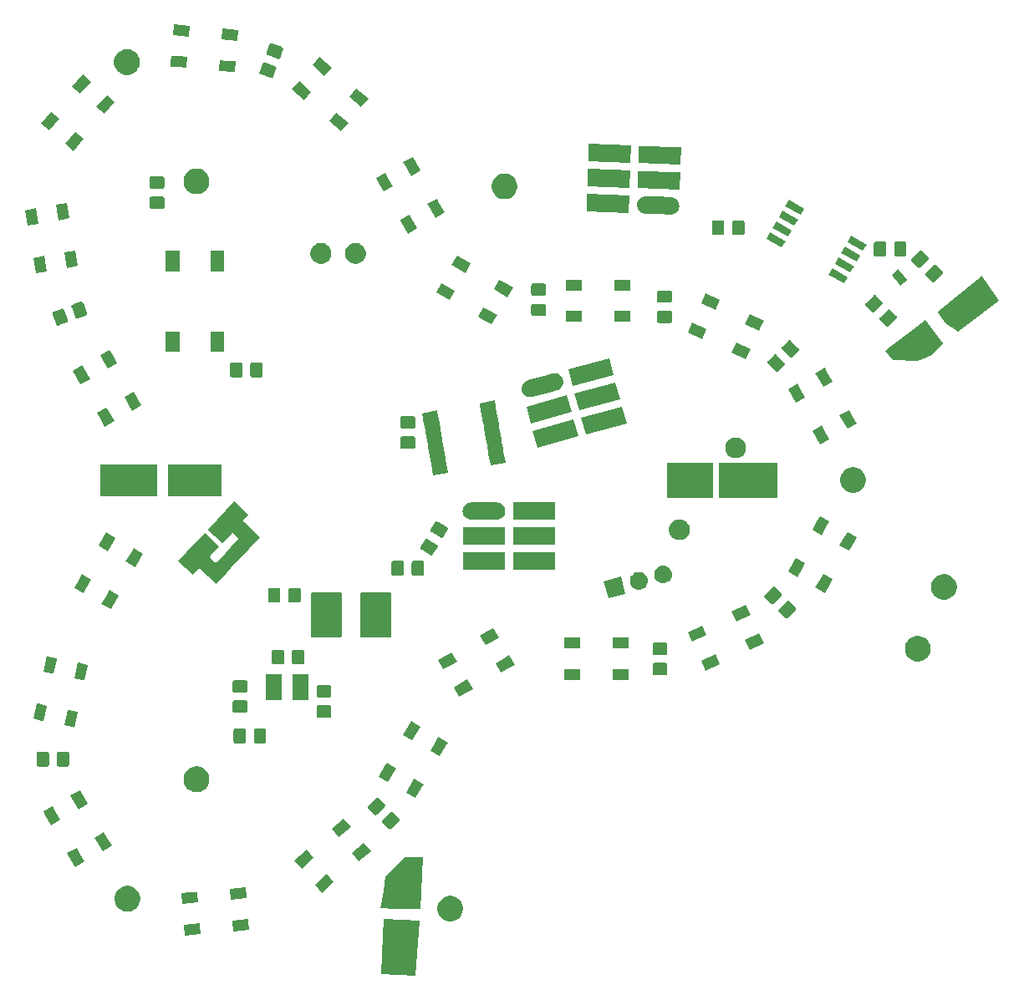
<source format=gbr>
G04 #@! TF.GenerationSoftware,KiCad,Pcbnew,(5.1.4)-1*
G04 #@! TF.CreationDate,2019-12-24T17:10:30-08:00*
G04 #@! TF.ProjectId,tensigral_lamp_hardware,74656e73-6967-4726-916c-5f6c616d705f,rev?*
G04 #@! TF.SameCoordinates,Original*
G04 #@! TF.FileFunction,Soldermask,Top*
G04 #@! TF.FilePolarity,Negative*
%FSLAX46Y46*%
G04 Gerber Fmt 4.6, Leading zero omitted, Abs format (unit mm)*
G04 Created by KiCad (PCBNEW (5.1.4)-1) date 2019-12-24 17:10:30*
%MOMM*%
%LPD*%
G04 APERTURE LIST*
%ADD10C,0.100000*%
G04 APERTURE END LIST*
D10*
G36*
X52806444Y-109800353D02*
G01*
X52806446Y-109800353D01*
X56443869Y-109999664D01*
X56443870Y-109999664D01*
X56450000Y-110000000D01*
X56050000Y-115550000D01*
X52550000Y-115400000D01*
X52725172Y-111476158D01*
X52799726Y-109806132D01*
X52799726Y-109806129D01*
X52800000Y-109800000D01*
X52806444Y-109800353D01*
X52806444Y-109800353D01*
G37*
G36*
X34210917Y-110378352D02*
G01*
X34294747Y-111336535D01*
X32698843Y-111476159D01*
X32602797Y-110378352D01*
X32602797Y-110378351D01*
X33400749Y-110308540D01*
X34198701Y-110238727D01*
X34210917Y-110378352D01*
X34210917Y-110378352D01*
G37*
G36*
X39092271Y-109951289D02*
G01*
X39176101Y-110909472D01*
X37580197Y-111049096D01*
X37484151Y-109951289D01*
X37484151Y-109951288D01*
X38282103Y-109881477D01*
X39080055Y-109811664D01*
X39092271Y-109951289D01*
X39092271Y-109951289D01*
G37*
G36*
X59929393Y-107499304D02*
G01*
X60166101Y-107597352D01*
X60166103Y-107597353D01*
X60379135Y-107739696D01*
X60560304Y-107920865D01*
X60699638Y-108129394D01*
X60702648Y-108133899D01*
X60800696Y-108370607D01*
X60850680Y-108621893D01*
X60850680Y-108878107D01*
X60800696Y-109129393D01*
X60702648Y-109366101D01*
X60702647Y-109366103D01*
X60560304Y-109579135D01*
X60379135Y-109760304D01*
X60166103Y-109902647D01*
X60166102Y-109902648D01*
X60166101Y-109902648D01*
X59929393Y-110000696D01*
X59678107Y-110050680D01*
X59421893Y-110050680D01*
X59170607Y-110000696D01*
X58933899Y-109902648D01*
X58933898Y-109902648D01*
X58933897Y-109902647D01*
X58720865Y-109760304D01*
X58539696Y-109579135D01*
X58397353Y-109366103D01*
X58397352Y-109366101D01*
X58299304Y-109129393D01*
X58249320Y-108878107D01*
X58249320Y-108621893D01*
X58299304Y-108370607D01*
X58397352Y-108133899D01*
X58400362Y-108129394D01*
X58539696Y-107920865D01*
X58720865Y-107739696D01*
X58933897Y-107597353D01*
X58933899Y-107597352D01*
X59170607Y-107499304D01*
X59421893Y-107449320D01*
X59678107Y-107449320D01*
X59929393Y-107499304D01*
X59929393Y-107499304D01*
G37*
G36*
X27229393Y-106499304D02*
G01*
X27466101Y-106597352D01*
X27466103Y-106597353D01*
X27679135Y-106739696D01*
X27860304Y-106920865D01*
X28002647Y-107133897D01*
X28002648Y-107133899D01*
X28100696Y-107370607D01*
X28150680Y-107621893D01*
X28150680Y-107878107D01*
X28100696Y-108129393D01*
X28034860Y-108288335D01*
X28002647Y-108366103D01*
X27860304Y-108579135D01*
X27679135Y-108760304D01*
X27466103Y-108902647D01*
X27466102Y-108902648D01*
X27466101Y-108902648D01*
X27229393Y-109000696D01*
X26978107Y-109050680D01*
X26721893Y-109050680D01*
X26470607Y-109000696D01*
X26233899Y-108902648D01*
X26233898Y-108902648D01*
X26233897Y-108902647D01*
X26020865Y-108760304D01*
X25839696Y-108579135D01*
X25697353Y-108366103D01*
X25665140Y-108288335D01*
X25599304Y-108129393D01*
X25549320Y-107878107D01*
X25549320Y-107621893D01*
X25599304Y-107370607D01*
X25697352Y-107133899D01*
X25697353Y-107133897D01*
X25839696Y-106920865D01*
X26020865Y-106739696D01*
X26233897Y-106597353D01*
X26233899Y-106597352D01*
X26470607Y-106499304D01*
X26721893Y-106449320D01*
X26978107Y-106449320D01*
X27229393Y-106499304D01*
X27229393Y-106499304D01*
G37*
G36*
X56500000Y-108750000D02*
G01*
X54050000Y-108750000D01*
X54048978Y-108749967D01*
X54048976Y-108749967D01*
X52506135Y-108700198D01*
X52506134Y-108700198D01*
X52500000Y-108700000D01*
X52551468Y-108370607D01*
X52777990Y-106920865D01*
X53000000Y-105500000D01*
X55000000Y-103500000D01*
X56750000Y-103500000D01*
X56500000Y-108750000D01*
X56500000Y-108750000D01*
G37*
G36*
X33932019Y-107190529D02*
G01*
X34015849Y-108148712D01*
X32419945Y-108288336D01*
X32323899Y-107190529D01*
X32323899Y-107190528D01*
X33121851Y-107120717D01*
X33919803Y-107050904D01*
X33932019Y-107190529D01*
X33932019Y-107190529D01*
G37*
G36*
X38888476Y-107621894D02*
G01*
X38897203Y-107721649D01*
X38099251Y-107791460D01*
X37301299Y-107861273D01*
X37205253Y-106763466D01*
X37205253Y-106763465D01*
X38801157Y-106623841D01*
X38888476Y-107621894D01*
X38888476Y-107621894D01*
G37*
G36*
X47769429Y-106107719D02*
G01*
X46542225Y-107137464D01*
X45833873Y-106293283D01*
X47061077Y-105263538D01*
X47769429Y-106107719D01*
X47769429Y-106107719D01*
G37*
G36*
X45712509Y-103656377D02*
G01*
X44485305Y-104686122D01*
X43776953Y-103841941D01*
X45004157Y-102812196D01*
X45712509Y-103656377D01*
X45712509Y-103656377D01*
G37*
G36*
X22028413Y-103143623D02*
G01*
X22517039Y-103989948D01*
X22517039Y-103989949D01*
X21562679Y-104540949D01*
X21159107Y-103841941D01*
X20761679Y-103153576D01*
X20761679Y-103153575D01*
X21716039Y-102602575D01*
X22028413Y-103143623D01*
X22028413Y-103143623D01*
G37*
G36*
X51523047Y-102958059D02*
G01*
X50295843Y-103987804D01*
X49587491Y-103143623D01*
X50814695Y-102113878D01*
X51523047Y-102958059D01*
X51523047Y-102958059D01*
G37*
G36*
X24805441Y-101553575D02*
G01*
X25288321Y-102389948D01*
X25288321Y-102389949D01*
X24333961Y-102940949D01*
X23856452Y-102113878D01*
X23532961Y-101553576D01*
X23532961Y-101553575D01*
X24487321Y-101002575D01*
X24805441Y-101553575D01*
X24805441Y-101553575D01*
G37*
G36*
X49466127Y-100506717D02*
G01*
X48238923Y-101536462D01*
X47530571Y-100692281D01*
X48757775Y-99662536D01*
X49466127Y-100506717D01*
X49466127Y-100506717D01*
G37*
G36*
X53652367Y-98939036D02*
G01*
X53690060Y-98950470D01*
X53724796Y-98969037D01*
X53760009Y-98997935D01*
X54351633Y-99589559D01*
X54380531Y-99624772D01*
X54399098Y-99659508D01*
X54410532Y-99697201D01*
X54414392Y-99736396D01*
X54410532Y-99775591D01*
X54399098Y-99813284D01*
X54380531Y-99848020D01*
X54351633Y-99883233D01*
X53583233Y-100651633D01*
X53548020Y-100680531D01*
X53513284Y-100699098D01*
X53475591Y-100710532D01*
X53436396Y-100714392D01*
X53397201Y-100710532D01*
X53359508Y-100699098D01*
X53324772Y-100680531D01*
X53289559Y-100651633D01*
X52697935Y-100060009D01*
X52669037Y-100024796D01*
X52650470Y-99990060D01*
X52639036Y-99952367D01*
X52635176Y-99913172D01*
X52639036Y-99873977D01*
X52650470Y-99836284D01*
X52669037Y-99801548D01*
X52697935Y-99766335D01*
X53466335Y-98997935D01*
X53501548Y-98969037D01*
X53536284Y-98950470D01*
X53573977Y-98939036D01*
X53613172Y-98935176D01*
X53652367Y-98939036D01*
X53652367Y-98939036D01*
G37*
G36*
X19641694Y-99009705D02*
G01*
X20067039Y-99746424D01*
X20067039Y-99746425D01*
X19112679Y-100297425D01*
X18516507Y-99264824D01*
X18311679Y-98910052D01*
X18311679Y-98910051D01*
X19266039Y-98359051D01*
X19641694Y-99009705D01*
X19641694Y-99009705D01*
G37*
G36*
X52202799Y-97489468D02*
G01*
X52240492Y-97500902D01*
X52275228Y-97519469D01*
X52310441Y-97548367D01*
X52902065Y-98139991D01*
X52930963Y-98175204D01*
X52949530Y-98209940D01*
X52960964Y-98247633D01*
X52964824Y-98286828D01*
X52960964Y-98326023D01*
X52949530Y-98363716D01*
X52930963Y-98398452D01*
X52902065Y-98433665D01*
X52133665Y-99202065D01*
X52098452Y-99230963D01*
X52063716Y-99249530D01*
X52026023Y-99260964D01*
X51986828Y-99264824D01*
X51947633Y-99260964D01*
X51909940Y-99249530D01*
X51875204Y-99230963D01*
X51839991Y-99202065D01*
X51248367Y-98610441D01*
X51219469Y-98575228D01*
X51200902Y-98540492D01*
X51189468Y-98502799D01*
X51185608Y-98463604D01*
X51189468Y-98424409D01*
X51200902Y-98386716D01*
X51219469Y-98351980D01*
X51248367Y-98316767D01*
X52016767Y-97548367D01*
X52051980Y-97519469D01*
X52086716Y-97500902D01*
X52124409Y-97489468D01*
X52163604Y-97485608D01*
X52202799Y-97489468D01*
X52202799Y-97489468D01*
G37*
G36*
X22147958Y-96950680D02*
G01*
X22838321Y-98146424D01*
X22838321Y-98146425D01*
X21883961Y-98697425D01*
X21483461Y-98003738D01*
X21082961Y-97310052D01*
X21082961Y-97310051D01*
X22037321Y-96759051D01*
X22147958Y-96950680D01*
X22147958Y-96950680D01*
G37*
G36*
X56838321Y-96153575D02*
G01*
X56838321Y-96153576D01*
X56773353Y-96266103D01*
X56037321Y-97540949D01*
X55082961Y-96989949D01*
X55082961Y-96989948D01*
X55688601Y-95940949D01*
X55883961Y-95602575D01*
X56838321Y-96153575D01*
X56838321Y-96153575D01*
G37*
G36*
X34229393Y-94399304D02*
G01*
X34466101Y-94497352D01*
X34466103Y-94497353D01*
X34679135Y-94639696D01*
X34860304Y-94820865D01*
X35002647Y-95033897D01*
X35002648Y-95033899D01*
X35100696Y-95270607D01*
X35150680Y-95521893D01*
X35150680Y-95778107D01*
X35100696Y-96029393D01*
X35002648Y-96266101D01*
X35002647Y-96266103D01*
X34860304Y-96479135D01*
X34679135Y-96660304D01*
X34466103Y-96802647D01*
X34466102Y-96802648D01*
X34466101Y-96802648D01*
X34229393Y-96900696D01*
X33978107Y-96950680D01*
X33721893Y-96950680D01*
X33470607Y-96900696D01*
X33233899Y-96802648D01*
X33233898Y-96802648D01*
X33233897Y-96802647D01*
X33020865Y-96660304D01*
X32839696Y-96479135D01*
X32697353Y-96266103D01*
X32697352Y-96266101D01*
X32599304Y-96029393D01*
X32549320Y-95778107D01*
X32549320Y-95521893D01*
X32599304Y-95270607D01*
X32697352Y-95033899D01*
X32697353Y-95033897D01*
X32839696Y-94820865D01*
X33020865Y-94639696D01*
X33233897Y-94497353D01*
X33233899Y-94497352D01*
X33470607Y-94399304D01*
X33721893Y-94349320D01*
X33978107Y-94349320D01*
X34229393Y-94399304D01*
X34229393Y-94399304D01*
G37*
G36*
X54067039Y-94553575D02*
G01*
X54067039Y-94553576D01*
X53912719Y-94820866D01*
X53266039Y-95940949D01*
X52311679Y-95389949D01*
X52311679Y-95389948D01*
X52914094Y-94346535D01*
X53112679Y-94002575D01*
X54067039Y-94553575D01*
X54067039Y-94553575D01*
G37*
G36*
X20788674Y-92853465D02*
G01*
X20826367Y-92864899D01*
X20861103Y-92883466D01*
X20891548Y-92908452D01*
X20916534Y-92938897D01*
X20935101Y-92973633D01*
X20946535Y-93011326D01*
X20951000Y-93056661D01*
X20951000Y-94143339D01*
X20946535Y-94188674D01*
X20935101Y-94226367D01*
X20916534Y-94261103D01*
X20891548Y-94291548D01*
X20861103Y-94316534D01*
X20826367Y-94335101D01*
X20788674Y-94346535D01*
X20743339Y-94351000D01*
X19906661Y-94351000D01*
X19861326Y-94346535D01*
X19823633Y-94335101D01*
X19788897Y-94316534D01*
X19758452Y-94291548D01*
X19733466Y-94261103D01*
X19714899Y-94226367D01*
X19703465Y-94188674D01*
X19699000Y-94143339D01*
X19699000Y-93056661D01*
X19703465Y-93011326D01*
X19714899Y-92973633D01*
X19733466Y-92938897D01*
X19758452Y-92908452D01*
X19788897Y-92883466D01*
X19823633Y-92864899D01*
X19861326Y-92853465D01*
X19906661Y-92849000D01*
X20743339Y-92849000D01*
X20788674Y-92853465D01*
X20788674Y-92853465D01*
G37*
G36*
X18738674Y-92853465D02*
G01*
X18776367Y-92864899D01*
X18811103Y-92883466D01*
X18841548Y-92908452D01*
X18866534Y-92938897D01*
X18885101Y-92973633D01*
X18896535Y-93011326D01*
X18901000Y-93056661D01*
X18901000Y-94143339D01*
X18896535Y-94188674D01*
X18885101Y-94226367D01*
X18866534Y-94261103D01*
X18841548Y-94291548D01*
X18811103Y-94316534D01*
X18776367Y-94335101D01*
X18738674Y-94346535D01*
X18693339Y-94351000D01*
X17856661Y-94351000D01*
X17811326Y-94346535D01*
X17773633Y-94335101D01*
X17738897Y-94316534D01*
X17708452Y-94291548D01*
X17683466Y-94261103D01*
X17664899Y-94226367D01*
X17653465Y-94188674D01*
X17649000Y-94143339D01*
X17649000Y-93056661D01*
X17653465Y-93011326D01*
X17664899Y-92973633D01*
X17683466Y-92938897D01*
X17708452Y-92908452D01*
X17738897Y-92883466D01*
X17773633Y-92864899D01*
X17811326Y-92853465D01*
X17856661Y-92849000D01*
X18693339Y-92849000D01*
X18738674Y-92853465D01*
X18738674Y-92853465D01*
G37*
G36*
X59288321Y-91910051D02*
G01*
X59288321Y-91910052D01*
X59235812Y-92001000D01*
X58487321Y-93297425D01*
X57532961Y-92746425D01*
X57532961Y-92746424D01*
X57965910Y-91996535D01*
X58333961Y-91359051D01*
X59288321Y-91910051D01*
X59288321Y-91910051D01*
G37*
G36*
X38688674Y-90503465D02*
G01*
X38726367Y-90514899D01*
X38761103Y-90533466D01*
X38791548Y-90558452D01*
X38816534Y-90588897D01*
X38835101Y-90623633D01*
X38846535Y-90661326D01*
X38851000Y-90706661D01*
X38851000Y-91793339D01*
X38846535Y-91838674D01*
X38835101Y-91876367D01*
X38816534Y-91911103D01*
X38791548Y-91941548D01*
X38761103Y-91966534D01*
X38726367Y-91985101D01*
X38688674Y-91996535D01*
X38643339Y-92001000D01*
X37806661Y-92001000D01*
X37761326Y-91996535D01*
X37723633Y-91985101D01*
X37688897Y-91966534D01*
X37658452Y-91941548D01*
X37633466Y-91911103D01*
X37614899Y-91876367D01*
X37603465Y-91838674D01*
X37599000Y-91793339D01*
X37599000Y-90706661D01*
X37603465Y-90661326D01*
X37614899Y-90623633D01*
X37633466Y-90588897D01*
X37658452Y-90558452D01*
X37688897Y-90533466D01*
X37723633Y-90514899D01*
X37761326Y-90503465D01*
X37806661Y-90499000D01*
X38643339Y-90499000D01*
X38688674Y-90503465D01*
X38688674Y-90503465D01*
G37*
G36*
X40738674Y-90503465D02*
G01*
X40776367Y-90514899D01*
X40811103Y-90533466D01*
X40841548Y-90558452D01*
X40866534Y-90588897D01*
X40885101Y-90623633D01*
X40896535Y-90661326D01*
X40901000Y-90706661D01*
X40901000Y-91793339D01*
X40896535Y-91838674D01*
X40885101Y-91876367D01*
X40866534Y-91911103D01*
X40841548Y-91941548D01*
X40811103Y-91966534D01*
X40776367Y-91985101D01*
X40738674Y-91996535D01*
X40693339Y-92001000D01*
X39856661Y-92001000D01*
X39811326Y-91996535D01*
X39773633Y-91985101D01*
X39738897Y-91966534D01*
X39708452Y-91941548D01*
X39683466Y-91911103D01*
X39664899Y-91876367D01*
X39653465Y-91838674D01*
X39649000Y-91793339D01*
X39649000Y-90706661D01*
X39653465Y-90661326D01*
X39664899Y-90623633D01*
X39683466Y-90588897D01*
X39708452Y-90558452D01*
X39738897Y-90533466D01*
X39773633Y-90514899D01*
X39811326Y-90503465D01*
X39856661Y-90499000D01*
X40693339Y-90499000D01*
X40738674Y-90503465D01*
X40738674Y-90503465D01*
G37*
G36*
X56517039Y-90310051D02*
G01*
X56517039Y-90310052D01*
X56116539Y-91003738D01*
X55716039Y-91697425D01*
X54761679Y-91146425D01*
X54761679Y-91146424D01*
X55244559Y-90310051D01*
X55562679Y-89759051D01*
X56517039Y-90310051D01*
X56517039Y-90310051D01*
G37*
G36*
X20856799Y-88628827D02*
G01*
X21851150Y-88840182D01*
X21851150Y-88840183D01*
X21839172Y-88896535D01*
X21518076Y-90407176D01*
X21518075Y-90407176D01*
X21329121Y-90367012D01*
X20440156Y-90178058D01*
X20773230Y-88611064D01*
X20773231Y-88611064D01*
X20856799Y-88628827D01*
X20856799Y-88628827D01*
G37*
G36*
X17832112Y-87985911D02*
G01*
X18721077Y-88174865D01*
X18721077Y-88174866D01*
X18690862Y-88317017D01*
X18388003Y-89741859D01*
X18388002Y-89741859D01*
X18199048Y-89701695D01*
X17310083Y-89512741D01*
X17643157Y-87945747D01*
X17643158Y-87945747D01*
X17832112Y-87985911D01*
X17832112Y-87985911D01*
G37*
G36*
X47338674Y-88153465D02*
G01*
X47376367Y-88164899D01*
X47411103Y-88183466D01*
X47441548Y-88208452D01*
X47466534Y-88238897D01*
X47485101Y-88273633D01*
X47496535Y-88311326D01*
X47501000Y-88356661D01*
X47501000Y-89193339D01*
X47496535Y-89238674D01*
X47485101Y-89276367D01*
X47466534Y-89311103D01*
X47441548Y-89341548D01*
X47411103Y-89366534D01*
X47376367Y-89385101D01*
X47338674Y-89396535D01*
X47293339Y-89401000D01*
X46206661Y-89401000D01*
X46161326Y-89396535D01*
X46123633Y-89385101D01*
X46088897Y-89366534D01*
X46058452Y-89341548D01*
X46033466Y-89311103D01*
X46014899Y-89276367D01*
X46003465Y-89238674D01*
X45999000Y-89193339D01*
X45999000Y-88356661D01*
X46003465Y-88311326D01*
X46014899Y-88273633D01*
X46033466Y-88238897D01*
X46058452Y-88208452D01*
X46088897Y-88183466D01*
X46123633Y-88164899D01*
X46161326Y-88153465D01*
X46206661Y-88149000D01*
X47293339Y-88149000D01*
X47338674Y-88153465D01*
X47338674Y-88153465D01*
G37*
G36*
X38838674Y-87653465D02*
G01*
X38876367Y-87664899D01*
X38911103Y-87683466D01*
X38941548Y-87708452D01*
X38966534Y-87738897D01*
X38985101Y-87773633D01*
X38996535Y-87811326D01*
X39001000Y-87856661D01*
X39001000Y-88693339D01*
X38996535Y-88738674D01*
X38985101Y-88776367D01*
X38966534Y-88811103D01*
X38941548Y-88841548D01*
X38911103Y-88866534D01*
X38876367Y-88885101D01*
X38838674Y-88896535D01*
X38793339Y-88901000D01*
X37706661Y-88901000D01*
X37661326Y-88896535D01*
X37623633Y-88885101D01*
X37588897Y-88866534D01*
X37558452Y-88841548D01*
X37533466Y-88811103D01*
X37514899Y-88776367D01*
X37503465Y-88738674D01*
X37499000Y-88693339D01*
X37499000Y-87856661D01*
X37503465Y-87811326D01*
X37514899Y-87773633D01*
X37533466Y-87738897D01*
X37558452Y-87708452D01*
X37588897Y-87683466D01*
X37623633Y-87664899D01*
X37661326Y-87653465D01*
X37706661Y-87649000D01*
X38793339Y-87649000D01*
X38838674Y-87653465D01*
X38838674Y-87653465D01*
G37*
G36*
X45201000Y-87636000D02*
G01*
X43539000Y-87636000D01*
X43539000Y-84984000D01*
X45201000Y-84984000D01*
X45201000Y-87636000D01*
X45201000Y-87636000D01*
G37*
G36*
X42501000Y-87636000D02*
G01*
X40839000Y-87636000D01*
X40839000Y-84984000D01*
X42501000Y-84984000D01*
X42501000Y-87636000D01*
X42501000Y-87636000D01*
G37*
G36*
X47338674Y-86103465D02*
G01*
X47376367Y-86114899D01*
X47411103Y-86133466D01*
X47441548Y-86158452D01*
X47466534Y-86188897D01*
X47485101Y-86223633D01*
X47496535Y-86261326D01*
X47501000Y-86306661D01*
X47501000Y-87143339D01*
X47496535Y-87188674D01*
X47485101Y-87226367D01*
X47466534Y-87261103D01*
X47441548Y-87291548D01*
X47411103Y-87316534D01*
X47376367Y-87335101D01*
X47338674Y-87346535D01*
X47293339Y-87351000D01*
X46206661Y-87351000D01*
X46161326Y-87346535D01*
X46123633Y-87335101D01*
X46088897Y-87316534D01*
X46058452Y-87291548D01*
X46033466Y-87261103D01*
X46014899Y-87226367D01*
X46003465Y-87188674D01*
X45999000Y-87143339D01*
X45999000Y-86306661D01*
X46003465Y-86261326D01*
X46014899Y-86223633D01*
X46033466Y-86188897D01*
X46058452Y-86158452D01*
X46088897Y-86133466D01*
X46123633Y-86114899D01*
X46161326Y-86103465D01*
X46206661Y-86099000D01*
X47293339Y-86099000D01*
X47338674Y-86103465D01*
X47338674Y-86103465D01*
G37*
G36*
X61847425Y-86487321D02*
G01*
X61217514Y-86851000D01*
X60460052Y-87288321D01*
X60460051Y-87288321D01*
X59909051Y-86333961D01*
X60710624Y-85871173D01*
X61296424Y-85532961D01*
X61296425Y-85532961D01*
X61847425Y-86487321D01*
X61847425Y-86487321D01*
G37*
G36*
X38838674Y-85603465D02*
G01*
X38876367Y-85614899D01*
X38911103Y-85633466D01*
X38941548Y-85658452D01*
X38966534Y-85688897D01*
X38985101Y-85723633D01*
X38996535Y-85761326D01*
X39001000Y-85806661D01*
X39001000Y-86643339D01*
X38996535Y-86688674D01*
X38985101Y-86726367D01*
X38966534Y-86761103D01*
X38941548Y-86791548D01*
X38911103Y-86816534D01*
X38876367Y-86835101D01*
X38838674Y-86846535D01*
X38793339Y-86851000D01*
X37706661Y-86851000D01*
X37661326Y-86846535D01*
X37623633Y-86835101D01*
X37588897Y-86816534D01*
X37558452Y-86791548D01*
X37533466Y-86761103D01*
X37514899Y-86726367D01*
X37503465Y-86688674D01*
X37499000Y-86643339D01*
X37499000Y-85806661D01*
X37503465Y-85761326D01*
X37514899Y-85723633D01*
X37533466Y-85688897D01*
X37558452Y-85658452D01*
X37588897Y-85633466D01*
X37623633Y-85614899D01*
X37661326Y-85603465D01*
X37706661Y-85599000D01*
X38793339Y-85599000D01*
X38838674Y-85603465D01*
X38838674Y-85603465D01*
G37*
G36*
X21888598Y-83838674D02*
G01*
X22869917Y-84047259D01*
X22869917Y-84047260D01*
X22854206Y-84121173D01*
X22536843Y-85614253D01*
X22536842Y-85614253D01*
X22239260Y-85551000D01*
X21458923Y-85385135D01*
X21791997Y-83818141D01*
X21791998Y-83818141D01*
X21888598Y-83838674D01*
X21888598Y-83838674D01*
G37*
G36*
X77601000Y-85551000D02*
G01*
X75999000Y-85551000D01*
X75999000Y-84449000D01*
X77601000Y-84449000D01*
X77601000Y-85551000D01*
X77601000Y-85551000D01*
G37*
G36*
X72701000Y-85551000D02*
G01*
X71099000Y-85551000D01*
X71099000Y-84449000D01*
X72701000Y-84449000D01*
X72701000Y-85551000D01*
X72701000Y-85551000D01*
G37*
G36*
X81388674Y-83853465D02*
G01*
X81426367Y-83864899D01*
X81461103Y-83883466D01*
X81491548Y-83908452D01*
X81516534Y-83938897D01*
X81535101Y-83973633D01*
X81546535Y-84011326D01*
X81551000Y-84056661D01*
X81551000Y-84893339D01*
X81546535Y-84938674D01*
X81535101Y-84976367D01*
X81516534Y-85011103D01*
X81491548Y-85041548D01*
X81461103Y-85066534D01*
X81426367Y-85085101D01*
X81388674Y-85096535D01*
X81343339Y-85101000D01*
X80256661Y-85101000D01*
X80211326Y-85096535D01*
X80173633Y-85085101D01*
X80138897Y-85066534D01*
X80108452Y-85041548D01*
X80083466Y-85011103D01*
X80064899Y-84976367D01*
X80053465Y-84938674D01*
X80049000Y-84893339D01*
X80049000Y-84056661D01*
X80053465Y-84011326D01*
X80064899Y-83973633D01*
X80083466Y-83938897D01*
X80108452Y-83908452D01*
X80138897Y-83883466D01*
X80173633Y-83864899D01*
X80211326Y-83853465D01*
X80256661Y-83849000D01*
X81343339Y-83849000D01*
X81388674Y-83853465D01*
X81388674Y-83853465D01*
G37*
G36*
X18850879Y-83192988D02*
G01*
X19739844Y-83381942D01*
X19739844Y-83381943D01*
X19703560Y-83552647D01*
X19406770Y-84948936D01*
X19406769Y-84948936D01*
X19091507Y-84881925D01*
X18328850Y-84719818D01*
X18661924Y-83152824D01*
X18661925Y-83152824D01*
X18850879Y-83192988D01*
X18850879Y-83192988D01*
G37*
G36*
X66090949Y-84037321D02*
G01*
X65397262Y-84437821D01*
X64703576Y-84838321D01*
X64703575Y-84838321D01*
X64152575Y-83883961D01*
X65022098Y-83381942D01*
X65539948Y-83082961D01*
X65539949Y-83082961D01*
X66090949Y-84037321D01*
X66090949Y-84037321D01*
G37*
G36*
X86864550Y-83946365D02*
G01*
X85412645Y-84623400D01*
X84946920Y-83624649D01*
X86398825Y-82947614D01*
X86864550Y-83946365D01*
X86864550Y-83946365D01*
G37*
G36*
X60247425Y-83716039D02*
G01*
X59673733Y-84047260D01*
X58860052Y-84517039D01*
X58860051Y-84517039D01*
X58309051Y-83562679D01*
X59204364Y-83045770D01*
X59696424Y-82761679D01*
X59696425Y-82761679D01*
X60247425Y-83716039D01*
X60247425Y-83716039D01*
G37*
G36*
X42568674Y-82503465D02*
G01*
X42606367Y-82514899D01*
X42641103Y-82533466D01*
X42671548Y-82558452D01*
X42696534Y-82588897D01*
X42715101Y-82623633D01*
X42726535Y-82661326D01*
X42731000Y-82706661D01*
X42731000Y-83793339D01*
X42726535Y-83838674D01*
X42715101Y-83876367D01*
X42696534Y-83911103D01*
X42671548Y-83941548D01*
X42641103Y-83966534D01*
X42606367Y-83985101D01*
X42568674Y-83996535D01*
X42523339Y-84001000D01*
X41686661Y-84001000D01*
X41641326Y-83996535D01*
X41603633Y-83985101D01*
X41568897Y-83966534D01*
X41538452Y-83941548D01*
X41513466Y-83911103D01*
X41494899Y-83876367D01*
X41483465Y-83838674D01*
X41479000Y-83793339D01*
X41479000Y-82706661D01*
X41483465Y-82661326D01*
X41494899Y-82623633D01*
X41513466Y-82588897D01*
X41538452Y-82558452D01*
X41568897Y-82533466D01*
X41603633Y-82514899D01*
X41641326Y-82503465D01*
X41686661Y-82499000D01*
X42523339Y-82499000D01*
X42568674Y-82503465D01*
X42568674Y-82503465D01*
G37*
G36*
X44618674Y-82503465D02*
G01*
X44656367Y-82514899D01*
X44691103Y-82533466D01*
X44721548Y-82558452D01*
X44746534Y-82588897D01*
X44765101Y-82623633D01*
X44776535Y-82661326D01*
X44781000Y-82706661D01*
X44781000Y-83793339D01*
X44776535Y-83838674D01*
X44765101Y-83876367D01*
X44746534Y-83911103D01*
X44721548Y-83941548D01*
X44691103Y-83966534D01*
X44656367Y-83985101D01*
X44618674Y-83996535D01*
X44573339Y-84001000D01*
X43736661Y-84001000D01*
X43691326Y-83996535D01*
X43653633Y-83985101D01*
X43618897Y-83966534D01*
X43588452Y-83941548D01*
X43563466Y-83911103D01*
X43544899Y-83876367D01*
X43533465Y-83838674D01*
X43529000Y-83793339D01*
X43529000Y-82706661D01*
X43533465Y-82661326D01*
X43544899Y-82623633D01*
X43563466Y-82588897D01*
X43588452Y-82558452D01*
X43618897Y-82533466D01*
X43653633Y-82514899D01*
X43691326Y-82503465D01*
X43736661Y-82499000D01*
X44573339Y-82499000D01*
X44618674Y-82503465D01*
X44618674Y-82503465D01*
G37*
G36*
X107279393Y-81149304D02*
G01*
X107480117Y-81232447D01*
X107516103Y-81247353D01*
X107729135Y-81389696D01*
X107910304Y-81570865D01*
X108052647Y-81783897D01*
X108052648Y-81783899D01*
X108150696Y-82020607D01*
X108200680Y-82271893D01*
X108200680Y-82528107D01*
X108150696Y-82779393D01*
X108062818Y-82991548D01*
X108052647Y-83016103D01*
X107910304Y-83229135D01*
X107729135Y-83410304D01*
X107516103Y-83552647D01*
X107516102Y-83552648D01*
X107516101Y-83552648D01*
X107279393Y-83650696D01*
X107028107Y-83700680D01*
X106771893Y-83700680D01*
X106520607Y-83650696D01*
X106283899Y-83552648D01*
X106283898Y-83552648D01*
X106283897Y-83552647D01*
X106070865Y-83410304D01*
X105889696Y-83229135D01*
X105747353Y-83016103D01*
X105737182Y-82991548D01*
X105649304Y-82779393D01*
X105599320Y-82528107D01*
X105599320Y-82271893D01*
X105649304Y-82020607D01*
X105747352Y-81783899D01*
X105747353Y-81783897D01*
X105889696Y-81570865D01*
X106070865Y-81389696D01*
X106283897Y-81247353D01*
X106319883Y-81232447D01*
X106520607Y-81149304D01*
X106771893Y-81099320D01*
X107028107Y-81099320D01*
X107279393Y-81149304D01*
X107279393Y-81149304D01*
G37*
G36*
X81388674Y-81803465D02*
G01*
X81426367Y-81814899D01*
X81461103Y-81833466D01*
X81491548Y-81858452D01*
X81516534Y-81888897D01*
X81535101Y-81923633D01*
X81546535Y-81961326D01*
X81551000Y-82006661D01*
X81551000Y-82843339D01*
X81546535Y-82888674D01*
X81535101Y-82926367D01*
X81516534Y-82961103D01*
X81491548Y-82991548D01*
X81461103Y-83016534D01*
X81426367Y-83035101D01*
X81388674Y-83046535D01*
X81343339Y-83051000D01*
X80256661Y-83051000D01*
X80211326Y-83046535D01*
X80173633Y-83035101D01*
X80138897Y-83016534D01*
X80108452Y-82991548D01*
X80083466Y-82961103D01*
X80064899Y-82926367D01*
X80053465Y-82888674D01*
X80049000Y-82843339D01*
X80049000Y-82006661D01*
X80053465Y-81961326D01*
X80064899Y-81923633D01*
X80083466Y-81888897D01*
X80108452Y-81858452D01*
X80138897Y-81833466D01*
X80173633Y-81814899D01*
X80211326Y-81803465D01*
X80256661Y-81799000D01*
X81343339Y-81799000D01*
X81388674Y-81803465D01*
X81388674Y-81803465D01*
G37*
G36*
X91305458Y-81875536D02*
G01*
X89853553Y-82552571D01*
X89387828Y-81553820D01*
X90839733Y-80876785D01*
X91305458Y-81875536D01*
X91305458Y-81875536D01*
G37*
G36*
X72701000Y-82351000D02*
G01*
X71099000Y-82351000D01*
X71099000Y-81249000D01*
X72701000Y-81249000D01*
X72701000Y-82351000D01*
X72701000Y-82351000D01*
G37*
G36*
X77601000Y-82351000D02*
G01*
X75999000Y-82351000D01*
X75999000Y-81249000D01*
X77601000Y-81249000D01*
X77601000Y-82351000D01*
X77601000Y-82351000D01*
G37*
G36*
X64490949Y-81266039D02*
G01*
X63797262Y-81666539D01*
X63103576Y-82067039D01*
X63103575Y-82067039D01*
X62552575Y-81112679D01*
X63246262Y-80712179D01*
X63939948Y-80311679D01*
X63939949Y-80311679D01*
X64490949Y-81266039D01*
X64490949Y-81266039D01*
G37*
G36*
X85512172Y-81046180D02*
G01*
X84060267Y-81723215D01*
X83594542Y-80724464D01*
X85046447Y-80047429D01*
X85512172Y-81046180D01*
X85512172Y-81046180D01*
G37*
G36*
X48426850Y-76727554D02*
G01*
X48455647Y-76736290D01*
X48482179Y-76750471D01*
X48505439Y-76769561D01*
X48524529Y-76792821D01*
X48538710Y-76819353D01*
X48547446Y-76848150D01*
X48551000Y-76884233D01*
X48551000Y-81115767D01*
X48547446Y-81151850D01*
X48538710Y-81180647D01*
X48524529Y-81207179D01*
X48505439Y-81230439D01*
X48482179Y-81249529D01*
X48455647Y-81263710D01*
X48426850Y-81272446D01*
X48390767Y-81276000D01*
X45584233Y-81276000D01*
X45548150Y-81272446D01*
X45519353Y-81263710D01*
X45492821Y-81249529D01*
X45469561Y-81230439D01*
X45450471Y-81207179D01*
X45436290Y-81180647D01*
X45427554Y-81151850D01*
X45424000Y-81115767D01*
X45424000Y-76884233D01*
X45427554Y-76848150D01*
X45436290Y-76819353D01*
X45450471Y-76792821D01*
X45469561Y-76769561D01*
X45492821Y-76750471D01*
X45519353Y-76736290D01*
X45548150Y-76727554D01*
X45584233Y-76724000D01*
X48390767Y-76724000D01*
X48426850Y-76727554D01*
X48426850Y-76727554D01*
G37*
G36*
X53451850Y-76727554D02*
G01*
X53480647Y-76736290D01*
X53507179Y-76750471D01*
X53530439Y-76769561D01*
X53549529Y-76792821D01*
X53563710Y-76819353D01*
X53572446Y-76848150D01*
X53576000Y-76884233D01*
X53576000Y-81115767D01*
X53572446Y-81151850D01*
X53563710Y-81180647D01*
X53549529Y-81207179D01*
X53530439Y-81230439D01*
X53507179Y-81249529D01*
X53480647Y-81263710D01*
X53451850Y-81272446D01*
X53415767Y-81276000D01*
X50609233Y-81276000D01*
X50573150Y-81272446D01*
X50544353Y-81263710D01*
X50517821Y-81249529D01*
X50494561Y-81230439D01*
X50475471Y-81207179D01*
X50461290Y-81180647D01*
X50452554Y-81151850D01*
X50449000Y-81115767D01*
X50449000Y-76884233D01*
X50452554Y-76848150D01*
X50461290Y-76819353D01*
X50475471Y-76792821D01*
X50494561Y-76769561D01*
X50517821Y-76750471D01*
X50544353Y-76736290D01*
X50573150Y-76727554D01*
X50609233Y-76724000D01*
X53415767Y-76724000D01*
X53451850Y-76727554D01*
X53451850Y-76727554D01*
G37*
G36*
X89953080Y-78975351D02*
G01*
X88501175Y-79652386D01*
X88035450Y-78653635D01*
X89487355Y-77976600D01*
X89953080Y-78975351D01*
X89953080Y-78975351D01*
G37*
G36*
X93827151Y-77563820D02*
G01*
X93864844Y-77575254D01*
X93899580Y-77593821D01*
X93934793Y-77622719D01*
X94526417Y-78214343D01*
X94555315Y-78249556D01*
X94573882Y-78284292D01*
X94585316Y-78321985D01*
X94589176Y-78361180D01*
X94585316Y-78400375D01*
X94573882Y-78438068D01*
X94555315Y-78472804D01*
X94526417Y-78508017D01*
X93758017Y-79276417D01*
X93722804Y-79305315D01*
X93688068Y-79323882D01*
X93650375Y-79335316D01*
X93611180Y-79339176D01*
X93571985Y-79335316D01*
X93534292Y-79323882D01*
X93499556Y-79305315D01*
X93464343Y-79276417D01*
X92872719Y-78684793D01*
X92843821Y-78649580D01*
X92825254Y-78614844D01*
X92813820Y-78577151D01*
X92809960Y-78537956D01*
X92813820Y-78498761D01*
X92825254Y-78461068D01*
X92843821Y-78426332D01*
X92872719Y-78391119D01*
X93641119Y-77622719D01*
X93676332Y-77593821D01*
X93711068Y-77575254D01*
X93748761Y-77563820D01*
X93787956Y-77559960D01*
X93827151Y-77563820D01*
X93827151Y-77563820D01*
G37*
G36*
X25988321Y-77003575D02*
G01*
X25988321Y-77003576D01*
X25650514Y-77588674D01*
X25187321Y-78390949D01*
X24232961Y-77839949D01*
X24232961Y-77839948D01*
X24666875Y-77088388D01*
X25033961Y-76452575D01*
X25988321Y-77003575D01*
X25988321Y-77003575D01*
G37*
G36*
X92377583Y-76114252D02*
G01*
X92415276Y-76125686D01*
X92450012Y-76144253D01*
X92485225Y-76173151D01*
X93076849Y-76764775D01*
X93105747Y-76799988D01*
X93124314Y-76834724D01*
X93135748Y-76872417D01*
X93139608Y-76911612D01*
X93135748Y-76950807D01*
X93124314Y-76988500D01*
X93105747Y-77023236D01*
X93076849Y-77058449D01*
X92308449Y-77826849D01*
X92273236Y-77855747D01*
X92238500Y-77874314D01*
X92200807Y-77885748D01*
X92161612Y-77889608D01*
X92122417Y-77885748D01*
X92084724Y-77874314D01*
X92049988Y-77855747D01*
X92014775Y-77826849D01*
X91423151Y-77235225D01*
X91394253Y-77200012D01*
X91375686Y-77165276D01*
X91364252Y-77127583D01*
X91360392Y-77088388D01*
X91364252Y-77049193D01*
X91375686Y-77011500D01*
X91394253Y-76976764D01*
X91423151Y-76941551D01*
X92191551Y-76173151D01*
X92226764Y-76144253D01*
X92261500Y-76125686D01*
X92299193Y-76114252D01*
X92338388Y-76110392D01*
X92377583Y-76114252D01*
X92377583Y-76114252D01*
G37*
G36*
X44238674Y-76253465D02*
G01*
X44276367Y-76264899D01*
X44311103Y-76283466D01*
X44341548Y-76308452D01*
X44366534Y-76338897D01*
X44385101Y-76373633D01*
X44396535Y-76411326D01*
X44401000Y-76456661D01*
X44401000Y-77543339D01*
X44396535Y-77588674D01*
X44385101Y-77626367D01*
X44366534Y-77661103D01*
X44341548Y-77691548D01*
X44311103Y-77716534D01*
X44276367Y-77735101D01*
X44238674Y-77746535D01*
X44193339Y-77751000D01*
X43356661Y-77751000D01*
X43311326Y-77746535D01*
X43273633Y-77735101D01*
X43238897Y-77716534D01*
X43208452Y-77691548D01*
X43183466Y-77661103D01*
X43164899Y-77626367D01*
X43153465Y-77588674D01*
X43149000Y-77543339D01*
X43149000Y-76456661D01*
X43153465Y-76411326D01*
X43164899Y-76373633D01*
X43183466Y-76338897D01*
X43208452Y-76308452D01*
X43238897Y-76283466D01*
X43273633Y-76264899D01*
X43311326Y-76253465D01*
X43356661Y-76249000D01*
X44193339Y-76249000D01*
X44238674Y-76253465D01*
X44238674Y-76253465D01*
G37*
G36*
X42188674Y-76253465D02*
G01*
X42226367Y-76264899D01*
X42261103Y-76283466D01*
X42291548Y-76308452D01*
X42316534Y-76338897D01*
X42335101Y-76373633D01*
X42346535Y-76411326D01*
X42351000Y-76456661D01*
X42351000Y-77543339D01*
X42346535Y-77588674D01*
X42335101Y-77626367D01*
X42316534Y-77661103D01*
X42291548Y-77691548D01*
X42261103Y-77716534D01*
X42226367Y-77735101D01*
X42188674Y-77746535D01*
X42143339Y-77751000D01*
X41306661Y-77751000D01*
X41261326Y-77746535D01*
X41223633Y-77735101D01*
X41188897Y-77716534D01*
X41158452Y-77691548D01*
X41133466Y-77661103D01*
X41114899Y-77626367D01*
X41103465Y-77588674D01*
X41099000Y-77543339D01*
X41099000Y-76456661D01*
X41103465Y-76411326D01*
X41114899Y-76373633D01*
X41133466Y-76338897D01*
X41158452Y-76308452D01*
X41188897Y-76283466D01*
X41223633Y-76264899D01*
X41261326Y-76253465D01*
X41306661Y-76249000D01*
X42143339Y-76249000D01*
X42188674Y-76253465D01*
X42188674Y-76253465D01*
G37*
G36*
X109929393Y-74899304D02*
G01*
X110166101Y-74997352D01*
X110166103Y-74997353D01*
X110379135Y-75139696D01*
X110560304Y-75320865D01*
X110696959Y-75525385D01*
X110702648Y-75533899D01*
X110800696Y-75770607D01*
X110850680Y-76021893D01*
X110850680Y-76278107D01*
X110800696Y-76529393D01*
X110722093Y-76719157D01*
X110702647Y-76766103D01*
X110560304Y-76979135D01*
X110379135Y-77160304D01*
X110166103Y-77302647D01*
X110166102Y-77302648D01*
X110166101Y-77302648D01*
X109929393Y-77400696D01*
X109678107Y-77450680D01*
X109421893Y-77450680D01*
X109170607Y-77400696D01*
X108933899Y-77302648D01*
X108933898Y-77302648D01*
X108933897Y-77302647D01*
X108720865Y-77160304D01*
X108539696Y-76979135D01*
X108397353Y-76766103D01*
X108377907Y-76719157D01*
X108299304Y-76529393D01*
X108249320Y-76278107D01*
X108249320Y-76021893D01*
X108299304Y-75770607D01*
X108397352Y-75533899D01*
X108403041Y-75525385D01*
X108539696Y-75320865D01*
X108720865Y-75139696D01*
X108933897Y-74997353D01*
X108933899Y-74997352D01*
X109170607Y-74899304D01*
X109421893Y-74849320D01*
X109678107Y-74849320D01*
X109929393Y-74899304D01*
X109929393Y-74899304D01*
G37*
G36*
X77303495Y-76837103D02*
G01*
X75562897Y-77303495D01*
X75096505Y-75562897D01*
X76837103Y-75096505D01*
X77303495Y-76837103D01*
X77303495Y-76837103D01*
G37*
G36*
X23217039Y-75403575D02*
G01*
X23217039Y-75403576D01*
X23033404Y-75721641D01*
X22416039Y-76790949D01*
X21461679Y-76239949D01*
X21461679Y-76239948D01*
X21973427Y-75353575D01*
X22262679Y-74852575D01*
X23217039Y-75403575D01*
X23217039Y-75403575D01*
G37*
G36*
X98288321Y-75353575D02*
G01*
X98288321Y-75353576D01*
X97979154Y-75889068D01*
X97487321Y-76740949D01*
X96532961Y-76189949D01*
X96532961Y-76189948D01*
X96995856Y-75388190D01*
X97333961Y-74802575D01*
X98288321Y-75353575D01*
X98288321Y-75353575D01*
G37*
G36*
X78763894Y-74648118D02*
G01*
X78830079Y-74654637D01*
X78999918Y-74706157D01*
X79156443Y-74789822D01*
X79192181Y-74819152D01*
X79293638Y-74902414D01*
X79361496Y-74985101D01*
X79406230Y-75039609D01*
X79489895Y-75196134D01*
X79541415Y-75365973D01*
X79558811Y-75542600D01*
X79541415Y-75719227D01*
X79489895Y-75889066D01*
X79406230Y-76045591D01*
X79376900Y-76081329D01*
X79293638Y-76182786D01*
X79207514Y-76253465D01*
X79156443Y-76295378D01*
X78999918Y-76379043D01*
X78830079Y-76430563D01*
X78763894Y-76437082D01*
X78697712Y-76443600D01*
X78609192Y-76443600D01*
X78543010Y-76437082D01*
X78476825Y-76430563D01*
X78306986Y-76379043D01*
X78150461Y-76295378D01*
X78099390Y-76253465D01*
X78013266Y-76182786D01*
X77930004Y-76081329D01*
X77900674Y-76045591D01*
X77817009Y-75889066D01*
X77765489Y-75719227D01*
X77748093Y-75542600D01*
X77765489Y-75365973D01*
X77817009Y-75196134D01*
X77900674Y-75039609D01*
X77945408Y-74985101D01*
X78013266Y-74902414D01*
X78114723Y-74819152D01*
X78150461Y-74789822D01*
X78306986Y-74706157D01*
X78476825Y-74654637D01*
X78543010Y-74648118D01*
X78609192Y-74641600D01*
X78697712Y-74641600D01*
X78763894Y-74648118D01*
X78763894Y-74648118D01*
G37*
G36*
X39133732Y-68830261D02*
G01*
X38606886Y-69395234D01*
X38592012Y-69414707D01*
X38581222Y-69436707D01*
X38574931Y-69460390D01*
X38573382Y-69484845D01*
X38576634Y-69509133D01*
X38584561Y-69532319D01*
X38596859Y-69553514D01*
X38613056Y-69571902D01*
X38666444Y-69621688D01*
X38666445Y-69621687D01*
X40276886Y-71123448D01*
X39201375Y-72276793D01*
X39116126Y-72368211D01*
X38683057Y-72832621D01*
X37353160Y-74258761D01*
X36909862Y-74734140D01*
X35842533Y-75878710D01*
X34178701Y-74327162D01*
X34159228Y-74312288D01*
X34137228Y-74301498D01*
X34113545Y-74295207D01*
X34089090Y-74293658D01*
X34064802Y-74296910D01*
X34041616Y-74304837D01*
X34020421Y-74317135D01*
X34002039Y-74333327D01*
X33475190Y-74898303D01*
X33475189Y-74898303D01*
X32011019Y-73532943D01*
X33785579Y-71629960D01*
X34702868Y-70646289D01*
X36167039Y-72011650D01*
X35714047Y-72497424D01*
X35296126Y-72945589D01*
X35248044Y-72997150D01*
X35233169Y-73016623D01*
X35222379Y-73038623D01*
X35216088Y-73062306D01*
X35214539Y-73086761D01*
X35217791Y-73111049D01*
X35225718Y-73134235D01*
X35238016Y-73155430D01*
X35254213Y-73173818D01*
X35307603Y-73223604D01*
X35736581Y-73623633D01*
X35742760Y-73629395D01*
X35762233Y-73644269D01*
X35784233Y-73655059D01*
X35807916Y-73661350D01*
X35832371Y-73662899D01*
X35856659Y-73659647D01*
X35879845Y-73651720D01*
X35901040Y-73639422D01*
X35919421Y-73623231D01*
X36267247Y-73250233D01*
X36352497Y-73158814D01*
X36551332Y-72945589D01*
X36710545Y-72774854D01*
X36795795Y-72683435D01*
X37057567Y-72402719D01*
X37153844Y-72299474D01*
X37327540Y-72113208D01*
X37597143Y-71824094D01*
X37682393Y-71732675D01*
X38032259Y-71357489D01*
X38047133Y-71338016D01*
X38057923Y-71316015D01*
X38064214Y-71292332D01*
X38065763Y-71267877D01*
X38062511Y-71243590D01*
X38054584Y-71220404D01*
X38042286Y-71199209D01*
X38026089Y-71180821D01*
X37537544Y-70725246D01*
X37518071Y-70710372D01*
X37496070Y-70699582D01*
X37472388Y-70693291D01*
X37447933Y-70691742D01*
X37423645Y-70694994D01*
X37400459Y-70702921D01*
X37379264Y-70715219D01*
X37360886Y-70731406D01*
X37359181Y-70733234D01*
X37359172Y-70733244D01*
X36441883Y-71716915D01*
X34977712Y-70351554D01*
X35750442Y-69522903D01*
X35848625Y-69417615D01*
X35933874Y-69326197D01*
X37669561Y-67464900D01*
X39133732Y-68830261D01*
X39133732Y-68830261D01*
G37*
G36*
X81217345Y-73990717D02*
G01*
X81283530Y-73997236D01*
X81453369Y-74048756D01*
X81609894Y-74132421D01*
X81628175Y-74147424D01*
X81747089Y-74245013D01*
X81802299Y-74312288D01*
X81859681Y-74382208D01*
X81943346Y-74538733D01*
X81994866Y-74708572D01*
X82012262Y-74885199D01*
X81994866Y-75061826D01*
X81943346Y-75231665D01*
X81859681Y-75388190D01*
X81847054Y-75403576D01*
X81747089Y-75525385D01*
X81645632Y-75608647D01*
X81609894Y-75637977D01*
X81453369Y-75721642D01*
X81283530Y-75773162D01*
X81217346Y-75779680D01*
X81151163Y-75786199D01*
X81062643Y-75786199D01*
X80996460Y-75779680D01*
X80930276Y-75773162D01*
X80760437Y-75721642D01*
X80603912Y-75637977D01*
X80568174Y-75608647D01*
X80466717Y-75525385D01*
X80366752Y-75403576D01*
X80354125Y-75388190D01*
X80270460Y-75231665D01*
X80218940Y-75061826D01*
X80201544Y-74885199D01*
X80218940Y-74708572D01*
X80270460Y-74538733D01*
X80354125Y-74382208D01*
X80411507Y-74312288D01*
X80466717Y-74245013D01*
X80585631Y-74147424D01*
X80603912Y-74132421D01*
X80760437Y-74048756D01*
X80930276Y-73997236D01*
X80996461Y-73990717D01*
X81062643Y-73984199D01*
X81151163Y-73984199D01*
X81217345Y-73990717D01*
X81217345Y-73990717D01*
G37*
G36*
X95517039Y-73753575D02*
G01*
X95517039Y-73753576D01*
X95157134Y-74376949D01*
X94716039Y-75140949D01*
X93761679Y-74589949D01*
X93761679Y-74589948D01*
X94296911Y-73662899D01*
X94562679Y-73202575D01*
X95517039Y-73753575D01*
X95517039Y-73753575D01*
G37*
G36*
X54683674Y-73503465D02*
G01*
X54721367Y-73514899D01*
X54756103Y-73533466D01*
X54786548Y-73558452D01*
X54811534Y-73588897D01*
X54830101Y-73623633D01*
X54841535Y-73661326D01*
X54846000Y-73706661D01*
X54846000Y-74793339D01*
X54841535Y-74838674D01*
X54830101Y-74876367D01*
X54811534Y-74911103D01*
X54786548Y-74941548D01*
X54756103Y-74966534D01*
X54721367Y-74985101D01*
X54683674Y-74996535D01*
X54638339Y-75001000D01*
X53801661Y-75001000D01*
X53756326Y-74996535D01*
X53718633Y-74985101D01*
X53683897Y-74966534D01*
X53653452Y-74941548D01*
X53628466Y-74911103D01*
X53609899Y-74876367D01*
X53598465Y-74838674D01*
X53594000Y-74793339D01*
X53594000Y-73706661D01*
X53598465Y-73661326D01*
X53609899Y-73623633D01*
X53628466Y-73588897D01*
X53653452Y-73558452D01*
X53683897Y-73533466D01*
X53718633Y-73514899D01*
X53756326Y-73503465D01*
X53801661Y-73499000D01*
X54638339Y-73499000D01*
X54683674Y-73503465D01*
X54683674Y-73503465D01*
G37*
G36*
X56733674Y-73503465D02*
G01*
X56771367Y-73514899D01*
X56806103Y-73533466D01*
X56836548Y-73558452D01*
X56861534Y-73588897D01*
X56880101Y-73623633D01*
X56891535Y-73661326D01*
X56896000Y-73706661D01*
X56896000Y-74793339D01*
X56891535Y-74838674D01*
X56880101Y-74876367D01*
X56861534Y-74911103D01*
X56836548Y-74941548D01*
X56806103Y-74966534D01*
X56771367Y-74985101D01*
X56733674Y-74996535D01*
X56688339Y-75001000D01*
X55851661Y-75001000D01*
X55806326Y-74996535D01*
X55768633Y-74985101D01*
X55733897Y-74966534D01*
X55703452Y-74941548D01*
X55678466Y-74911103D01*
X55659899Y-74876367D01*
X55648465Y-74838674D01*
X55644000Y-74793339D01*
X55644000Y-73706661D01*
X55648465Y-73661326D01*
X55659899Y-73623633D01*
X55678466Y-73588897D01*
X55703452Y-73558452D01*
X55733897Y-73533466D01*
X55768633Y-73514899D01*
X55806326Y-73503465D01*
X55851661Y-73499000D01*
X56688339Y-73499000D01*
X56733674Y-73503465D01*
X56733674Y-73503465D01*
G37*
G36*
X70186500Y-74416500D02*
G01*
X65893500Y-74416500D01*
X65893500Y-72663500D01*
X70186500Y-72663500D01*
X70186500Y-74416500D01*
X70186500Y-74416500D01*
G37*
G36*
X65106500Y-74416500D02*
G01*
X60813500Y-74416500D01*
X60813500Y-72663500D01*
X65106500Y-72663500D01*
X65106500Y-74416500D01*
X65106500Y-74416500D01*
G37*
G36*
X28438321Y-72760051D02*
G01*
X28438321Y-72760052D01*
X28174743Y-73216582D01*
X27637321Y-74147425D01*
X26682961Y-73596425D01*
X26682961Y-73596424D01*
X27288601Y-72547425D01*
X27483961Y-72209051D01*
X28438321Y-72760051D01*
X28438321Y-72760051D01*
G37*
G36*
X57162600Y-71258453D02*
G01*
X57200961Y-71267398D01*
X57242455Y-71286199D01*
X57298320Y-71318453D01*
X57298323Y-71318454D01*
X57470875Y-71418077D01*
X58183545Y-71829537D01*
X58220577Y-71856074D01*
X58247498Y-71884818D01*
X58268299Y-71918268D01*
X58282173Y-71955129D01*
X58288588Y-71993989D01*
X58287300Y-72033353D01*
X58278355Y-72071714D01*
X58259554Y-72113208D01*
X58227300Y-72169073D01*
X58227299Y-72169076D01*
X58132832Y-72332698D01*
X57841216Y-72837792D01*
X57814679Y-72874824D01*
X57785935Y-72901745D01*
X57752485Y-72922546D01*
X57715624Y-72936420D01*
X57676764Y-72942835D01*
X57637400Y-72941547D01*
X57599039Y-72932602D01*
X57557545Y-72913801D01*
X57501680Y-72881547D01*
X57501677Y-72881546D01*
X56672324Y-72402719D01*
X56616455Y-72370463D01*
X56579423Y-72343926D01*
X56552502Y-72315182D01*
X56531701Y-72281732D01*
X56517827Y-72244871D01*
X56511412Y-72206011D01*
X56512700Y-72166647D01*
X56521645Y-72128286D01*
X56540446Y-72086792D01*
X56594026Y-71993989D01*
X56926528Y-71418077D01*
X56926528Y-71418076D01*
X56958784Y-71362208D01*
X56985321Y-71325176D01*
X57014065Y-71298255D01*
X57047515Y-71277454D01*
X57084376Y-71263580D01*
X57123236Y-71257165D01*
X57162600Y-71258453D01*
X57162600Y-71258453D01*
G37*
G36*
X25667039Y-71160051D02*
G01*
X25667039Y-71160052D01*
X25337701Y-71730481D01*
X24866039Y-72547425D01*
X23911679Y-71996425D01*
X23911679Y-71996424D01*
X24359715Y-71220404D01*
X24712679Y-70609051D01*
X25667039Y-71160051D01*
X25667039Y-71160051D01*
G37*
G36*
X100738321Y-71110051D02*
G01*
X100738321Y-71110052D01*
X100438152Y-71629960D01*
X99937321Y-72497425D01*
X98982961Y-71946425D01*
X98982961Y-71946424D01*
X99479488Y-71086414D01*
X99783961Y-70559051D01*
X100738321Y-71110051D01*
X100738321Y-71110051D01*
G37*
G36*
X65106500Y-71876500D02*
G01*
X60813500Y-71876500D01*
X60813500Y-70123500D01*
X65106500Y-70123500D01*
X65106500Y-71876500D01*
X65106500Y-71876500D01*
G37*
G36*
X70186500Y-71876500D02*
G01*
X65893500Y-71876500D01*
X65893500Y-70123500D01*
X70186500Y-70123500D01*
X70186500Y-71876500D01*
X70186500Y-71876500D01*
G37*
G36*
X83056416Y-69339879D02*
G01*
X83247592Y-69419067D01*
X83247594Y-69419068D01*
X83383759Y-69510051D01*
X83419648Y-69534031D01*
X83565969Y-69680352D01*
X83680933Y-69852408D01*
X83760121Y-70043584D01*
X83800490Y-70246534D01*
X83800490Y-70453466D01*
X83760121Y-70656416D01*
X83710988Y-70775032D01*
X83680932Y-70847594D01*
X83565969Y-71019648D01*
X83419648Y-71165969D01*
X83247594Y-71280932D01*
X83247593Y-71280933D01*
X83247592Y-71280933D01*
X83056416Y-71360121D01*
X82853466Y-71400490D01*
X82646534Y-71400490D01*
X82443584Y-71360121D01*
X82252408Y-71280933D01*
X82252407Y-71280933D01*
X82252406Y-71280932D01*
X82080352Y-71165969D01*
X81934031Y-71019648D01*
X81819068Y-70847594D01*
X81789012Y-70775032D01*
X81739879Y-70656416D01*
X81699510Y-70453466D01*
X81699510Y-70246534D01*
X81739879Y-70043584D01*
X81819067Y-69852408D01*
X81934031Y-69680352D01*
X82080352Y-69534031D01*
X82116241Y-69510051D01*
X82252406Y-69419068D01*
X82252408Y-69419067D01*
X82443584Y-69339879D01*
X82646534Y-69299510D01*
X82853466Y-69299510D01*
X83056416Y-69339879D01*
X83056416Y-69339879D01*
G37*
G36*
X58187600Y-69483101D02*
G01*
X58225961Y-69492046D01*
X58267455Y-69510847D01*
X58323320Y-69543101D01*
X58323323Y-69543102D01*
X58399107Y-69586856D01*
X59208545Y-70054185D01*
X59245577Y-70080722D01*
X59272498Y-70109466D01*
X59293299Y-70142916D01*
X59307173Y-70179777D01*
X59313588Y-70218637D01*
X59312300Y-70258001D01*
X59303355Y-70296362D01*
X59284554Y-70337856D01*
X59252300Y-70393721D01*
X59252299Y-70393724D01*
X59100634Y-70656416D01*
X58866216Y-71062440D01*
X58839679Y-71099472D01*
X58810935Y-71126393D01*
X58777485Y-71147194D01*
X58740624Y-71161068D01*
X58701764Y-71167483D01*
X58662400Y-71166195D01*
X58624039Y-71157250D01*
X58582545Y-71138449D01*
X58526680Y-71106195D01*
X58526677Y-71106194D01*
X57697324Y-70627367D01*
X57641455Y-70595111D01*
X57604423Y-70568574D01*
X57577502Y-70539830D01*
X57556701Y-70506380D01*
X57542827Y-70469519D01*
X57536412Y-70430659D01*
X57537700Y-70391295D01*
X57546645Y-70352934D01*
X57565446Y-70311440D01*
X57619026Y-70218637D01*
X57951528Y-69642725D01*
X57951528Y-69642724D01*
X57983784Y-69586856D01*
X58010321Y-69549824D01*
X58039065Y-69522903D01*
X58072515Y-69502102D01*
X58109376Y-69488228D01*
X58148236Y-69481813D01*
X58187600Y-69483101D01*
X58187600Y-69483101D01*
G37*
G36*
X97967039Y-69510051D02*
G01*
X97967039Y-69510052D01*
X97637562Y-70080722D01*
X97166039Y-70897425D01*
X96211679Y-70346425D01*
X96211679Y-70346424D01*
X96680324Y-69534707D01*
X97012679Y-68959051D01*
X97967039Y-69510051D01*
X97967039Y-69510051D01*
G37*
G36*
X70186500Y-69336500D02*
G01*
X65893500Y-69336500D01*
X65893500Y-67583500D01*
X70186500Y-67583500D01*
X70186500Y-69336500D01*
X70186500Y-69336500D01*
G37*
G36*
X64401824Y-67596182D02*
G01*
X64567045Y-67646301D01*
X64719313Y-67727691D01*
X64852778Y-67837222D01*
X64962309Y-67970687D01*
X65043699Y-68122955D01*
X65093818Y-68288176D01*
X65110741Y-68460000D01*
X65093818Y-68631824D01*
X65043699Y-68797045D01*
X64962309Y-68949313D01*
X64852778Y-69082778D01*
X64719313Y-69192309D01*
X64567045Y-69273699D01*
X64401824Y-69323818D01*
X64273060Y-69336500D01*
X61646940Y-69336500D01*
X61518176Y-69323818D01*
X61352955Y-69273699D01*
X61200687Y-69192309D01*
X61067222Y-69082778D01*
X60957691Y-68949313D01*
X60876301Y-68797045D01*
X60826182Y-68631824D01*
X60809259Y-68460000D01*
X60826182Y-68288176D01*
X60876301Y-68122955D01*
X60957691Y-67970687D01*
X61067222Y-67837222D01*
X61200687Y-67727691D01*
X61352955Y-67646301D01*
X61518176Y-67596182D01*
X61646940Y-67583500D01*
X64273060Y-67583500D01*
X64401824Y-67596182D01*
X64401824Y-67596182D01*
G37*
G36*
X86150000Y-67150000D02*
G01*
X81550000Y-67150000D01*
X81550000Y-63600000D01*
X86150000Y-63600000D01*
X86150000Y-67150000D01*
X86150000Y-67150000D01*
G37*
G36*
X92650000Y-67150000D02*
G01*
X86800000Y-67150000D01*
X86800000Y-63550000D01*
X92650000Y-63550000D01*
X92650000Y-67150000D01*
X92650000Y-67150000D01*
G37*
G36*
X29875000Y-66950000D02*
G01*
X24125000Y-66950000D01*
X24125000Y-63750000D01*
X29875000Y-63750000D01*
X29875000Y-66950000D01*
X29875000Y-66950000D01*
G37*
G36*
X36375000Y-66950000D02*
G01*
X30925000Y-66950000D01*
X30925000Y-63750000D01*
X36375000Y-63750000D01*
X36375000Y-66950000D01*
X36375000Y-66950000D01*
G37*
G36*
X100729393Y-64049304D02*
G01*
X100966101Y-64147352D01*
X100966103Y-64147353D01*
X101179135Y-64289696D01*
X101360304Y-64470865D01*
X101434532Y-64581956D01*
X101502648Y-64683899D01*
X101600696Y-64920607D01*
X101650680Y-65171893D01*
X101650680Y-65428107D01*
X101600696Y-65679393D01*
X101502648Y-65916101D01*
X101502647Y-65916103D01*
X101360304Y-66129135D01*
X101179135Y-66310304D01*
X100966103Y-66452647D01*
X100966102Y-66452648D01*
X100966101Y-66452648D01*
X100729393Y-66550696D01*
X100478107Y-66600680D01*
X100221893Y-66600680D01*
X99970607Y-66550696D01*
X99733899Y-66452648D01*
X99733898Y-66452648D01*
X99733897Y-66452647D01*
X99520865Y-66310304D01*
X99339696Y-66129135D01*
X99197353Y-65916103D01*
X99197352Y-65916101D01*
X99099304Y-65679393D01*
X99049320Y-65428107D01*
X99049320Y-65171893D01*
X99099304Y-64920607D01*
X99197352Y-64683899D01*
X99265468Y-64581956D01*
X99339696Y-64470865D01*
X99520865Y-64289696D01*
X99733897Y-64147353D01*
X99733899Y-64147352D01*
X99970607Y-64049304D01*
X100221893Y-63999320D01*
X100478107Y-63999320D01*
X100729393Y-64049304D01*
X100729393Y-64049304D01*
G37*
G36*
X58319856Y-58794241D02*
G01*
X58341562Y-58917341D01*
X58369636Y-59076556D01*
X58459120Y-59584044D01*
X58459121Y-59584053D01*
X58528944Y-59980038D01*
X58571991Y-60224170D01*
X58571992Y-60224177D01*
X58642898Y-60626308D01*
X58684862Y-60864295D01*
X58684863Y-60864302D01*
X58710678Y-61010708D01*
X58771341Y-61354742D01*
X58910605Y-62144545D01*
X58910606Y-62144552D01*
X58976824Y-62520095D01*
X59023476Y-62784670D01*
X59023477Y-62784677D01*
X59046863Y-62917307D01*
X59109955Y-63275117D01*
X59249219Y-64064920D01*
X59249220Y-64064927D01*
X59320798Y-64470865D01*
X59340386Y-64581956D01*
X57811964Y-64851458D01*
X57716110Y-64307844D01*
X57694406Y-64184755D01*
X57694405Y-64184744D01*
X57687812Y-64147352D01*
X57618830Y-63756141D01*
X57605485Y-63680459D01*
X57468663Y-62904505D01*
X57468662Y-62904494D01*
X57447536Y-62784681D01*
X57377496Y-62387469D01*
X57355792Y-62264380D01*
X57355791Y-62264369D01*
X57336236Y-62153466D01*
X57264625Y-61747344D01*
X57130049Y-60984130D01*
X57130048Y-60984119D01*
X57129096Y-60978718D01*
X57038882Y-60467094D01*
X57017178Y-60344005D01*
X57017177Y-60343994D01*
X57014748Y-60330217D01*
X56926011Y-59826969D01*
X56904307Y-59703880D01*
X56904306Y-59703869D01*
X56884219Y-59589948D01*
X56813140Y-59186843D01*
X56792198Y-59068075D01*
X56700268Y-58546718D01*
X58228690Y-58277216D01*
X58319856Y-58794241D01*
X58319856Y-58794241D01*
G37*
G36*
X64156614Y-57919395D02*
G01*
X64156615Y-57919402D01*
X64182430Y-58065808D01*
X64243093Y-58409842D01*
X64264799Y-58532942D01*
X64317008Y-58829033D01*
X64382357Y-59199645D01*
X64382358Y-59199652D01*
X64451178Y-59589949D01*
X64495228Y-59839770D01*
X64495229Y-59839777D01*
X64521044Y-59986183D01*
X64581707Y-60330217D01*
X64720971Y-61120020D01*
X64720972Y-61120027D01*
X64784064Y-61477842D01*
X64833842Y-61760145D01*
X64833843Y-61760152D01*
X64902760Y-62151000D01*
X64946713Y-62400270D01*
X64946714Y-62400281D01*
X65033192Y-62890718D01*
X65054898Y-63013818D01*
X65150752Y-63557432D01*
X63622330Y-63826934D01*
X63531164Y-63309909D01*
X63487120Y-63060121D01*
X63413604Y-62643195D01*
X63391900Y-62520106D01*
X63391899Y-62520095D01*
X63370771Y-62400270D01*
X63300733Y-62003069D01*
X63279029Y-61879980D01*
X63279028Y-61879969D01*
X63278827Y-61878827D01*
X63187862Y-61362944D01*
X63166158Y-61239855D01*
X63166157Y-61239844D01*
X63145031Y-61120031D01*
X63120113Y-60978718D01*
X63079679Y-60749408D01*
X62940415Y-59959605D01*
X62940414Y-59959594D01*
X62935722Y-59932983D01*
X62849248Y-59442569D01*
X62827544Y-59319480D01*
X62827543Y-59319469D01*
X62806417Y-59199656D01*
X62760437Y-58938897D01*
X62741065Y-58829033D01*
X62601801Y-58039230D01*
X62601800Y-58039219D01*
X62580674Y-57919406D01*
X62510634Y-57522194D01*
X64039056Y-57252692D01*
X64156614Y-57919395D01*
X64156614Y-57919395D01*
G37*
G36*
X88756416Y-61039879D02*
G01*
X88945197Y-61118075D01*
X88947594Y-61119068D01*
X89053673Y-61189948D01*
X89119648Y-61234031D01*
X89265969Y-61380352D01*
X89380933Y-61552408D01*
X89460121Y-61743584D01*
X89500490Y-61946534D01*
X89500490Y-62153466D01*
X89460121Y-62356416D01*
X89380933Y-62547592D01*
X89380932Y-62547594D01*
X89265969Y-62719648D01*
X89119648Y-62865969D01*
X88947594Y-62980932D01*
X88947593Y-62980933D01*
X88947592Y-62980933D01*
X88756416Y-63060121D01*
X88553466Y-63100490D01*
X88346534Y-63100490D01*
X88143584Y-63060121D01*
X87952408Y-62980933D01*
X87952407Y-62980933D01*
X87952406Y-62980932D01*
X87780352Y-62865969D01*
X87634031Y-62719648D01*
X87519068Y-62547594D01*
X87519067Y-62547592D01*
X87439879Y-62356416D01*
X87399510Y-62153466D01*
X87399510Y-61946534D01*
X87439879Y-61743584D01*
X87519067Y-61552408D01*
X87634031Y-61380352D01*
X87780352Y-61234031D01*
X87846327Y-61189948D01*
X87952406Y-61119068D01*
X87954803Y-61118075D01*
X88143584Y-61039879D01*
X88346534Y-60999510D01*
X88553466Y-60999510D01*
X88756416Y-61039879D01*
X88756416Y-61039879D01*
G37*
G36*
X55838674Y-60903465D02*
G01*
X55876367Y-60914899D01*
X55911103Y-60933466D01*
X55941548Y-60958452D01*
X55966534Y-60988897D01*
X55985101Y-61023633D01*
X55996535Y-61061326D01*
X56001000Y-61106661D01*
X56001000Y-61943339D01*
X55996535Y-61988674D01*
X55985101Y-62026367D01*
X55966534Y-62061103D01*
X55941548Y-62091548D01*
X55911103Y-62116534D01*
X55876367Y-62135101D01*
X55838674Y-62146535D01*
X55793339Y-62151000D01*
X54706661Y-62151000D01*
X54661326Y-62146535D01*
X54623633Y-62135101D01*
X54588897Y-62116534D01*
X54558452Y-62091548D01*
X54533466Y-62061103D01*
X54514899Y-62026367D01*
X54503465Y-61988674D01*
X54499000Y-61943339D01*
X54499000Y-61106661D01*
X54503465Y-61061326D01*
X54514899Y-61023633D01*
X54533466Y-60988897D01*
X54558452Y-60958452D01*
X54588897Y-60933466D01*
X54623633Y-60914899D01*
X54661326Y-60903465D01*
X54706661Y-60899000D01*
X55793339Y-60899000D01*
X55838674Y-60903465D01*
X55838674Y-60903465D01*
G37*
G36*
X72504164Y-60901931D02*
G01*
X68357444Y-62013041D01*
X67903734Y-60319773D01*
X72050454Y-59208663D01*
X72504164Y-60901931D01*
X72504164Y-60901931D01*
G37*
G36*
X97361399Y-60140949D02*
G01*
X97967039Y-61189948D01*
X97967039Y-61189949D01*
X97012679Y-61740949D01*
X96572605Y-60978718D01*
X96211679Y-60353576D01*
X96211679Y-60353575D01*
X97166039Y-59802575D01*
X97361399Y-60140949D01*
X97361399Y-60140949D01*
G37*
G36*
X77411067Y-59587130D02*
G01*
X73264347Y-60698240D01*
X72810637Y-59004972D01*
X76957357Y-57893862D01*
X77411067Y-59587130D01*
X77411067Y-59587130D01*
G37*
G36*
X100255441Y-58753575D02*
G01*
X100738321Y-59589948D01*
X100738321Y-59589949D01*
X99783961Y-60140949D01*
X99233108Y-59186843D01*
X98982961Y-58753576D01*
X98982961Y-58753575D01*
X99937321Y-58202575D01*
X100255441Y-58753575D01*
X100255441Y-58753575D01*
G37*
G36*
X55838674Y-58853465D02*
G01*
X55876367Y-58864899D01*
X55911103Y-58883466D01*
X55941548Y-58908452D01*
X55966534Y-58938897D01*
X55985101Y-58973633D01*
X55996535Y-59011326D01*
X56001000Y-59056661D01*
X56001000Y-59893339D01*
X55996535Y-59938674D01*
X55985101Y-59976367D01*
X55966534Y-60011103D01*
X55941548Y-60041548D01*
X55911103Y-60066534D01*
X55876367Y-60085101D01*
X55838674Y-60096535D01*
X55793339Y-60101000D01*
X54706661Y-60101000D01*
X54661326Y-60096535D01*
X54623633Y-60085101D01*
X54588897Y-60066534D01*
X54558452Y-60041548D01*
X54533466Y-60011103D01*
X54514899Y-59976367D01*
X54503465Y-59938674D01*
X54499000Y-59893339D01*
X54499000Y-59056661D01*
X54503465Y-59011326D01*
X54514899Y-58973633D01*
X54533466Y-58938897D01*
X54558452Y-58908452D01*
X54588897Y-58883466D01*
X54623633Y-58864899D01*
X54661326Y-58853465D01*
X54706661Y-58849000D01*
X55793339Y-58849000D01*
X55838674Y-58853465D01*
X55838674Y-58853465D01*
G37*
G36*
X24911399Y-58290949D02*
G01*
X25517039Y-59339948D01*
X25517039Y-59339949D01*
X24562679Y-59890949D01*
X24081003Y-59056661D01*
X23761679Y-58503576D01*
X23761679Y-58503575D01*
X24716039Y-57952575D01*
X24911399Y-58290949D01*
X24911399Y-58290949D01*
G37*
G36*
X71846763Y-58448479D02*
G01*
X67700043Y-59559589D01*
X67246333Y-57866321D01*
X71393053Y-56755211D01*
X71846763Y-58448479D01*
X71846763Y-58448479D01*
G37*
G36*
X27830180Y-56946425D02*
G01*
X28288321Y-57739948D01*
X28288321Y-57739949D01*
X27333961Y-58290949D01*
X26933461Y-57597262D01*
X26532961Y-56903576D01*
X26532961Y-56903575D01*
X27487321Y-56352575D01*
X27830180Y-56946425D01*
X27830180Y-56946425D01*
G37*
G36*
X76753667Y-57133679D02*
G01*
X72606947Y-58244789D01*
X72153237Y-56551521D01*
X76299957Y-55440411D01*
X76753667Y-57133679D01*
X76753667Y-57133679D01*
G37*
G36*
X95013337Y-56073987D02*
G01*
X95517039Y-56946424D01*
X95517039Y-56946425D01*
X94562679Y-57497425D01*
X94134162Y-56755211D01*
X93761679Y-56110052D01*
X93761679Y-56110051D01*
X94716039Y-55559051D01*
X95013337Y-56073987D01*
X95013337Y-56073987D01*
G37*
G36*
X70230833Y-54502043D02*
G01*
X70398978Y-54541250D01*
X70556244Y-54612505D01*
X70696586Y-54713074D01*
X70814613Y-54839088D01*
X70905786Y-54985708D01*
X70966604Y-55147297D01*
X70994729Y-55317646D01*
X70989080Y-55490209D01*
X70949873Y-55658354D01*
X70878617Y-55815620D01*
X70778049Y-55955962D01*
X70652034Y-56073988D01*
X70505415Y-56165161D01*
X70384321Y-56210738D01*
X69595166Y-56422191D01*
X67847695Y-56890424D01*
X67847693Y-56890424D01*
X67847683Y-56890427D01*
X67720025Y-56911504D01*
X67547463Y-56905855D01*
X67379318Y-56866648D01*
X67379317Y-56866647D01*
X67379315Y-56866647D01*
X67337750Y-56847814D01*
X67222052Y-56795393D01*
X67081710Y-56694824D01*
X66963683Y-56568810D01*
X66872510Y-56422190D01*
X66811692Y-56260601D01*
X66783567Y-56090252D01*
X66789216Y-55917690D01*
X66828423Y-55749545D01*
X66899678Y-55592279D01*
X67000247Y-55451937D01*
X67126261Y-55333910D01*
X67272881Y-55242737D01*
X67393975Y-55197160D01*
X69105069Y-54738674D01*
X69930599Y-54517474D01*
X69930601Y-54517474D01*
X69930611Y-54517471D01*
X70058270Y-54496394D01*
X70230833Y-54502043D01*
X70230833Y-54502043D01*
G37*
G36*
X97687236Y-54305315D02*
G01*
X98288321Y-55346424D01*
X98288321Y-55346425D01*
X97333961Y-55897425D01*
X96749496Y-54885101D01*
X96532961Y-54510052D01*
X96532961Y-54510051D01*
X97487321Y-53959051D01*
X97687236Y-54305315D01*
X97687236Y-54305315D01*
G37*
G36*
X76096266Y-54680227D02*
G01*
X71949546Y-55791337D01*
X71495836Y-54098069D01*
X75642556Y-52986959D01*
X76096266Y-54680227D01*
X76096266Y-54680227D01*
G37*
G36*
X22627613Y-54335316D02*
G01*
X23067039Y-55096424D01*
X23067039Y-55096425D01*
X22112679Y-55647425D01*
X21645985Y-54839087D01*
X21311679Y-54260052D01*
X21311679Y-54260051D01*
X22266039Y-53709051D01*
X22627613Y-54335316D01*
X22627613Y-54335316D01*
G37*
G36*
X40388674Y-53403465D02*
G01*
X40426367Y-53414899D01*
X40461103Y-53433466D01*
X40491548Y-53458452D01*
X40516534Y-53488897D01*
X40535101Y-53523633D01*
X40546535Y-53561326D01*
X40551000Y-53606661D01*
X40551000Y-54693339D01*
X40546535Y-54738674D01*
X40535101Y-54776367D01*
X40516534Y-54811103D01*
X40491548Y-54841548D01*
X40461103Y-54866534D01*
X40426367Y-54885101D01*
X40388674Y-54896535D01*
X40343339Y-54901000D01*
X39506661Y-54901000D01*
X39461326Y-54896535D01*
X39423633Y-54885101D01*
X39388897Y-54866534D01*
X39358452Y-54841548D01*
X39333466Y-54811103D01*
X39314899Y-54776367D01*
X39303465Y-54738674D01*
X39299000Y-54693339D01*
X39299000Y-53606661D01*
X39303465Y-53561326D01*
X39314899Y-53523633D01*
X39333466Y-53488897D01*
X39358452Y-53458452D01*
X39388897Y-53433466D01*
X39423633Y-53414899D01*
X39461326Y-53403465D01*
X39506661Y-53399000D01*
X40343339Y-53399000D01*
X40388674Y-53403465D01*
X40388674Y-53403465D01*
G37*
G36*
X38338674Y-53403465D02*
G01*
X38376367Y-53414899D01*
X38411103Y-53433466D01*
X38441548Y-53458452D01*
X38466534Y-53488897D01*
X38485101Y-53523633D01*
X38496535Y-53561326D01*
X38501000Y-53606661D01*
X38501000Y-54693339D01*
X38496535Y-54738674D01*
X38485101Y-54776367D01*
X38466534Y-54811103D01*
X38441548Y-54841548D01*
X38411103Y-54866534D01*
X38376367Y-54885101D01*
X38338674Y-54896535D01*
X38293339Y-54901000D01*
X37456661Y-54901000D01*
X37411326Y-54896535D01*
X37373633Y-54885101D01*
X37338897Y-54866534D01*
X37308452Y-54841548D01*
X37283466Y-54811103D01*
X37264899Y-54776367D01*
X37253465Y-54738674D01*
X37249000Y-54693339D01*
X37249000Y-53606661D01*
X37253465Y-53561326D01*
X37264899Y-53523633D01*
X37283466Y-53488897D01*
X37308452Y-53458452D01*
X37338897Y-53433466D01*
X37373633Y-53414899D01*
X37411326Y-53403465D01*
X37456661Y-53399000D01*
X38293339Y-53399000D01*
X38338674Y-53403465D01*
X38338674Y-53403465D01*
G37*
G36*
X92501239Y-52563820D02*
G01*
X92538932Y-52575254D01*
X92573668Y-52593821D01*
X92608881Y-52622719D01*
X93377281Y-53391119D01*
X93406179Y-53426332D01*
X93424746Y-53461068D01*
X93436180Y-53498761D01*
X93440040Y-53537956D01*
X93436180Y-53577151D01*
X93424746Y-53614844D01*
X93406179Y-53649580D01*
X93377281Y-53684793D01*
X92785657Y-54276417D01*
X92750444Y-54305315D01*
X92715708Y-54323882D01*
X92678015Y-54335316D01*
X92638820Y-54339176D01*
X92599625Y-54335316D01*
X92561932Y-54323882D01*
X92527196Y-54305315D01*
X92491983Y-54276417D01*
X91723583Y-53508017D01*
X91694685Y-53472804D01*
X91676118Y-53438068D01*
X91664684Y-53400375D01*
X91660824Y-53361180D01*
X91664684Y-53321985D01*
X91676118Y-53284292D01*
X91694685Y-53249556D01*
X91723583Y-53214343D01*
X92315207Y-52622719D01*
X92350420Y-52593821D01*
X92385156Y-52575254D01*
X92422849Y-52563820D01*
X92462044Y-52559960D01*
X92501239Y-52563820D01*
X92501239Y-52563820D01*
G37*
G36*
X25355441Y-52660051D02*
G01*
X25838321Y-53496424D01*
X25838321Y-53496425D01*
X24883961Y-54047425D01*
X24465128Y-53321985D01*
X24082961Y-52660052D01*
X24082961Y-52660051D01*
X25037321Y-52109051D01*
X25355441Y-52660051D01*
X25355441Y-52660051D01*
G37*
G36*
X109450000Y-51500000D02*
G01*
X108350000Y-52650000D01*
X106950000Y-53250000D01*
X104400000Y-53200000D01*
X103600000Y-52200000D01*
X103781428Y-52062823D01*
X106833293Y-49755315D01*
X107700000Y-49100000D01*
X109450000Y-51500000D01*
X109450000Y-51500000D01*
G37*
G36*
X89953080Y-52074649D02*
G01*
X89573059Y-52889608D01*
X89487355Y-53073399D01*
X89487355Y-53073400D01*
X88035450Y-52396365D01*
X88501175Y-51397614D01*
X89953080Y-52074649D01*
X89953080Y-52074649D01*
G37*
G36*
X93950807Y-51114252D02*
G01*
X93988500Y-51125686D01*
X94023236Y-51144253D01*
X94058449Y-51173151D01*
X94826849Y-51941551D01*
X94855747Y-51976764D01*
X94874314Y-52011500D01*
X94885748Y-52049193D01*
X94889608Y-52088388D01*
X94885748Y-52127583D01*
X94874314Y-52165276D01*
X94855747Y-52200012D01*
X94826849Y-52235225D01*
X94235225Y-52826849D01*
X94200012Y-52855747D01*
X94165276Y-52874314D01*
X94127583Y-52885748D01*
X94088388Y-52889608D01*
X94049193Y-52885748D01*
X94011500Y-52874314D01*
X93976764Y-52855747D01*
X93941551Y-52826849D01*
X93173151Y-52058449D01*
X93144253Y-52023236D01*
X93125686Y-51988500D01*
X93114252Y-51950807D01*
X93110392Y-51911612D01*
X93114252Y-51872417D01*
X93125686Y-51834724D01*
X93144253Y-51799988D01*
X93173151Y-51764775D01*
X93764775Y-51173151D01*
X93799988Y-51144253D01*
X93834724Y-51125686D01*
X93872417Y-51114252D01*
X93911612Y-51110392D01*
X93950807Y-51114252D01*
X93950807Y-51114252D01*
G37*
G36*
X36651000Y-52351000D02*
G01*
X35249000Y-52351000D01*
X35249000Y-50249000D01*
X36651000Y-50249000D01*
X36651000Y-52351000D01*
X36651000Y-52351000D01*
G37*
G36*
X32151000Y-52351000D02*
G01*
X30749000Y-52351000D01*
X30749000Y-50249000D01*
X32151000Y-50249000D01*
X32151000Y-52351000D01*
X32151000Y-52351000D01*
G37*
G36*
X85512172Y-50003820D02*
G01*
X85046447Y-51002570D01*
X85046447Y-51002571D01*
X83594542Y-50325536D01*
X84060267Y-49326785D01*
X85512172Y-50003820D01*
X85512172Y-50003820D01*
G37*
G36*
X113454842Y-44657121D02*
G01*
X113454845Y-44657124D01*
X114799869Y-46635101D01*
X115150000Y-47150000D01*
X115146205Y-47152835D01*
X115146199Y-47152840D01*
X111662240Y-49755315D01*
X111000000Y-50250000D01*
X110882564Y-50173215D01*
X109705138Y-49403360D01*
X109705134Y-49403357D01*
X109700000Y-49400000D01*
X108928806Y-48339608D01*
X108903613Y-48304968D01*
X108903613Y-48304967D01*
X108900000Y-48300000D01*
X108937445Y-48269962D01*
X112501645Y-45410768D01*
X113450000Y-44650000D01*
X113454842Y-44657121D01*
X113454842Y-44657121D01*
G37*
G36*
X91305458Y-49174464D02*
G01*
X91032178Y-49760516D01*
X90839733Y-50173214D01*
X90839733Y-50173215D01*
X89387828Y-49496180D01*
X89853553Y-48497429D01*
X91305458Y-49174464D01*
X91305458Y-49174464D01*
G37*
G36*
X104027151Y-48013820D02*
G01*
X104064844Y-48025254D01*
X104099580Y-48043821D01*
X104134793Y-48072719D01*
X104726417Y-48664343D01*
X104755315Y-48699556D01*
X104773882Y-48734292D01*
X104785316Y-48771985D01*
X104789176Y-48811180D01*
X104785316Y-48850375D01*
X104773882Y-48888068D01*
X104755315Y-48922804D01*
X104726417Y-48958017D01*
X103958017Y-49726417D01*
X103922804Y-49755315D01*
X103888068Y-49773882D01*
X103850375Y-49785316D01*
X103811180Y-49789176D01*
X103771985Y-49785316D01*
X103734292Y-49773882D01*
X103699556Y-49755315D01*
X103664343Y-49726417D01*
X103072719Y-49134793D01*
X103043821Y-49099580D01*
X103025254Y-49064844D01*
X103013820Y-49027151D01*
X103009960Y-48987956D01*
X103013820Y-48948761D01*
X103025254Y-48911068D01*
X103043821Y-48876332D01*
X103072719Y-48841119D01*
X103841119Y-48072719D01*
X103876332Y-48043821D01*
X103911068Y-48025254D01*
X103948761Y-48013820D01*
X103987956Y-48009960D01*
X104027151Y-48013820D01*
X104027151Y-48013820D01*
G37*
G36*
X20295515Y-47943890D02*
G01*
X20332673Y-47956957D01*
X20366562Y-47977019D01*
X20395894Y-48003314D01*
X20419529Y-48034820D01*
X20439227Y-48075890D01*
X20461290Y-48136508D01*
X20461294Y-48136516D01*
X20788831Y-49036416D01*
X20788833Y-49036423D01*
X20810897Y-49097044D01*
X20822206Y-49141168D01*
X20824353Y-49180498D01*
X20818787Y-49219485D01*
X20805720Y-49256643D01*
X20785658Y-49290532D01*
X20759363Y-49319864D01*
X20727857Y-49343499D01*
X20686787Y-49363197D01*
X20626169Y-49385260D01*
X20626161Y-49385264D01*
X19961184Y-49627296D01*
X19961176Y-49627298D01*
X19900556Y-49649362D01*
X19856432Y-49660671D01*
X19817102Y-49662818D01*
X19778115Y-49657252D01*
X19740957Y-49644185D01*
X19707068Y-49624123D01*
X19677736Y-49597828D01*
X19654101Y-49566322D01*
X19634403Y-49525252D01*
X19612340Y-49464634D01*
X19612336Y-49464626D01*
X19284799Y-48564726D01*
X19284797Y-48564719D01*
X19262733Y-48504098D01*
X19251424Y-48459974D01*
X19249277Y-48420644D01*
X19254843Y-48381657D01*
X19267910Y-48344499D01*
X19287972Y-48310610D01*
X19314267Y-48281278D01*
X19345773Y-48257643D01*
X19386843Y-48237945D01*
X19447461Y-48215882D01*
X19447469Y-48215878D01*
X20112446Y-47973846D01*
X20112454Y-47973844D01*
X20173074Y-47951780D01*
X20217198Y-47940471D01*
X20256528Y-47938324D01*
X20295515Y-47943890D01*
X20295515Y-47943890D01*
G37*
G36*
X63432627Y-48088409D02*
G01*
X64290949Y-48583961D01*
X63739949Y-49538321D01*
X63739948Y-49538321D01*
X62919862Y-49064844D01*
X62352575Y-48737321D01*
X62903575Y-47782961D01*
X62903576Y-47782961D01*
X63432627Y-48088409D01*
X63432627Y-48088409D01*
G37*
G36*
X81838674Y-48153465D02*
G01*
X81876367Y-48164899D01*
X81911103Y-48183466D01*
X81941548Y-48208452D01*
X81966534Y-48238897D01*
X81985101Y-48273633D01*
X81996535Y-48311326D01*
X82001000Y-48356661D01*
X82001000Y-49193339D01*
X81996535Y-49238674D01*
X81985101Y-49276367D01*
X81966534Y-49311103D01*
X81941548Y-49341548D01*
X81911103Y-49366534D01*
X81876367Y-49385101D01*
X81838674Y-49396535D01*
X81793339Y-49401000D01*
X80706661Y-49401000D01*
X80661326Y-49396535D01*
X80623633Y-49385101D01*
X80588897Y-49366534D01*
X80558452Y-49341548D01*
X80533466Y-49311103D01*
X80514899Y-49276367D01*
X80503465Y-49238674D01*
X80499000Y-49193339D01*
X80499000Y-48356661D01*
X80503465Y-48311326D01*
X80514899Y-48273633D01*
X80533466Y-48238897D01*
X80558452Y-48208452D01*
X80588897Y-48183466D01*
X80623633Y-48164899D01*
X80661326Y-48153465D01*
X80706661Y-48149000D01*
X81793339Y-48149000D01*
X81838674Y-48153465D01*
X81838674Y-48153465D01*
G37*
G36*
X72901000Y-49301000D02*
G01*
X71299000Y-49301000D01*
X71299000Y-48199000D01*
X72901000Y-48199000D01*
X72901000Y-49301000D01*
X72901000Y-49301000D01*
G37*
G36*
X77801000Y-49301000D02*
G01*
X76199000Y-49301000D01*
X76199000Y-48199000D01*
X77801000Y-48199000D01*
X77801000Y-49301000D01*
X77801000Y-49301000D01*
G37*
G36*
X22221885Y-47242748D02*
G01*
X22259043Y-47255815D01*
X22292932Y-47275877D01*
X22322264Y-47302172D01*
X22345899Y-47333678D01*
X22365597Y-47374748D01*
X22387660Y-47435366D01*
X22387664Y-47435374D01*
X22715201Y-48335274D01*
X22715203Y-48335281D01*
X22737267Y-48395902D01*
X22748576Y-48440026D01*
X22750723Y-48479356D01*
X22745157Y-48518343D01*
X22732090Y-48555501D01*
X22712028Y-48589390D01*
X22685733Y-48618722D01*
X22654227Y-48642357D01*
X22613157Y-48662055D01*
X22552539Y-48684118D01*
X22552531Y-48684122D01*
X21887554Y-48926154D01*
X21887546Y-48926156D01*
X21826926Y-48948220D01*
X21782802Y-48959529D01*
X21743472Y-48961676D01*
X21704485Y-48956110D01*
X21667327Y-48943043D01*
X21633438Y-48922981D01*
X21604106Y-48896686D01*
X21580471Y-48865180D01*
X21560773Y-48824110D01*
X21538710Y-48763492D01*
X21538706Y-48763484D01*
X21211169Y-47863584D01*
X21211167Y-47863577D01*
X21189103Y-47802956D01*
X21177794Y-47758832D01*
X21175647Y-47719502D01*
X21181213Y-47680515D01*
X21194280Y-47643357D01*
X21214342Y-47609468D01*
X21240637Y-47580136D01*
X21272143Y-47556501D01*
X21313213Y-47536803D01*
X21373831Y-47514740D01*
X21373839Y-47514736D01*
X22038816Y-47272704D01*
X22038824Y-47272702D01*
X22099444Y-47250638D01*
X22143568Y-47239329D01*
X22182898Y-47237182D01*
X22221885Y-47242748D01*
X22221885Y-47242748D01*
G37*
G36*
X69088674Y-47453465D02*
G01*
X69126367Y-47464899D01*
X69161103Y-47483466D01*
X69191548Y-47508452D01*
X69216534Y-47538897D01*
X69235101Y-47573633D01*
X69246535Y-47611326D01*
X69251000Y-47656661D01*
X69251000Y-48493339D01*
X69246535Y-48538674D01*
X69235101Y-48576367D01*
X69216534Y-48611103D01*
X69191548Y-48641548D01*
X69161103Y-48666534D01*
X69126367Y-48685101D01*
X69088674Y-48696535D01*
X69043339Y-48701000D01*
X67956661Y-48701000D01*
X67911326Y-48696535D01*
X67873633Y-48685101D01*
X67838897Y-48666534D01*
X67808452Y-48641548D01*
X67783466Y-48611103D01*
X67764899Y-48576367D01*
X67753465Y-48538674D01*
X67749000Y-48493339D01*
X67749000Y-47656661D01*
X67753465Y-47611326D01*
X67764899Y-47573633D01*
X67783466Y-47538897D01*
X67808452Y-47508452D01*
X67838897Y-47483466D01*
X67873633Y-47464899D01*
X67911326Y-47453465D01*
X67956661Y-47449000D01*
X69043339Y-47449000D01*
X69088674Y-47453465D01*
X69088674Y-47453465D01*
G37*
G36*
X102577583Y-46564252D02*
G01*
X102615276Y-46575686D01*
X102650012Y-46594253D01*
X102685225Y-46623151D01*
X103276849Y-47214775D01*
X103305747Y-47249988D01*
X103324314Y-47284724D01*
X103335748Y-47322417D01*
X103339608Y-47361612D01*
X103335748Y-47400807D01*
X103324314Y-47438500D01*
X103305747Y-47473236D01*
X103276849Y-47508449D01*
X102508449Y-48276849D01*
X102473236Y-48305747D01*
X102438500Y-48324314D01*
X102400807Y-48335748D01*
X102361612Y-48339608D01*
X102322417Y-48335748D01*
X102284724Y-48324314D01*
X102249988Y-48305747D01*
X102214775Y-48276849D01*
X101623151Y-47685225D01*
X101594253Y-47650012D01*
X101575686Y-47615276D01*
X101564252Y-47577583D01*
X101560392Y-47538388D01*
X101564252Y-47499193D01*
X101575686Y-47461500D01*
X101594253Y-47426764D01*
X101623151Y-47391551D01*
X102391551Y-46623151D01*
X102426764Y-46594253D01*
X102461500Y-46575686D01*
X102499193Y-46564252D01*
X102538388Y-46560392D01*
X102577583Y-46564252D01*
X102577583Y-46564252D01*
G37*
G36*
X86864550Y-47103635D02*
G01*
X86405343Y-48088409D01*
X86398825Y-48102385D01*
X86398825Y-48102386D01*
X84946920Y-47425351D01*
X85412645Y-46426600D01*
X86864550Y-47103635D01*
X86864550Y-47103635D01*
G37*
G36*
X81838674Y-46103465D02*
G01*
X81876367Y-46114899D01*
X81911103Y-46133466D01*
X81941548Y-46158452D01*
X81966534Y-46188897D01*
X81985101Y-46223633D01*
X81996535Y-46261326D01*
X82001000Y-46306661D01*
X82001000Y-47143339D01*
X81996535Y-47188674D01*
X81985101Y-47226367D01*
X81966534Y-47261103D01*
X81941548Y-47291548D01*
X81911103Y-47316534D01*
X81876367Y-47335101D01*
X81838674Y-47346535D01*
X81793339Y-47351000D01*
X80706661Y-47351000D01*
X80661326Y-47346535D01*
X80623633Y-47335101D01*
X80588897Y-47316534D01*
X80558452Y-47291548D01*
X80533466Y-47261103D01*
X80514899Y-47226367D01*
X80503465Y-47188674D01*
X80499000Y-47143339D01*
X80499000Y-46306661D01*
X80503465Y-46261326D01*
X80514899Y-46223633D01*
X80533466Y-46188897D01*
X80558452Y-46158452D01*
X80588897Y-46133466D01*
X80623633Y-46114899D01*
X80661326Y-46103465D01*
X80706661Y-46099000D01*
X81793339Y-46099000D01*
X81838674Y-46103465D01*
X81838674Y-46103465D01*
G37*
G36*
X59245852Y-45671173D02*
G01*
X60047425Y-46133961D01*
X59496425Y-47088321D01*
X59496424Y-47088321D01*
X58738962Y-46651000D01*
X58109051Y-46287321D01*
X58660051Y-45332961D01*
X58660052Y-45332961D01*
X59245852Y-45671173D01*
X59245852Y-45671173D01*
G37*
G36*
X65141850Y-45380187D02*
G01*
X65890949Y-45812679D01*
X65339949Y-46767039D01*
X65339948Y-46767039D01*
X64464028Y-46261326D01*
X63952575Y-45966039D01*
X64503575Y-45011679D01*
X64503576Y-45011679D01*
X65141850Y-45380187D01*
X65141850Y-45380187D01*
G37*
G36*
X69088674Y-45403465D02*
G01*
X69126367Y-45414899D01*
X69161103Y-45433466D01*
X69191548Y-45458452D01*
X69216534Y-45488897D01*
X69235101Y-45523633D01*
X69246535Y-45561326D01*
X69251000Y-45606661D01*
X69251000Y-46443339D01*
X69246535Y-46488674D01*
X69235101Y-46526367D01*
X69216534Y-46561103D01*
X69191548Y-46591548D01*
X69161103Y-46616534D01*
X69126367Y-46635101D01*
X69088674Y-46646535D01*
X69043339Y-46651000D01*
X67956661Y-46651000D01*
X67911326Y-46646535D01*
X67873633Y-46635101D01*
X67838897Y-46616534D01*
X67808452Y-46591548D01*
X67783466Y-46561103D01*
X67764899Y-46526367D01*
X67753465Y-46488674D01*
X67749000Y-46443339D01*
X67749000Y-45606661D01*
X67753465Y-45561326D01*
X67764899Y-45523633D01*
X67783466Y-45488897D01*
X67808452Y-45458452D01*
X67838897Y-45433466D01*
X67873633Y-45414899D01*
X67911326Y-45403465D01*
X67956661Y-45399000D01*
X69043339Y-45399000D01*
X69088674Y-45403465D01*
X69088674Y-45403465D01*
G37*
G36*
X77801000Y-46101000D02*
G01*
X76199000Y-46101000D01*
X76199000Y-44999000D01*
X77801000Y-44999000D01*
X77801000Y-46101000D01*
X77801000Y-46101000D01*
G37*
G36*
X72901000Y-46101000D02*
G01*
X71299000Y-46101000D01*
X71299000Y-44999000D01*
X72901000Y-44999000D01*
X72901000Y-46101000D01*
X72901000Y-46101000D01*
G37*
G36*
X104937772Y-43968416D02*
G01*
X104944567Y-43971144D01*
X104950710Y-43975152D01*
X104960361Y-43984595D01*
X105162019Y-44224921D01*
X105169636Y-44236057D01*
X105172517Y-44242802D01*
X105175728Y-44258075D01*
X105183096Y-44281445D01*
X105194882Y-44302929D01*
X105210633Y-44321700D01*
X105229743Y-44337038D01*
X105251482Y-44348354D01*
X105265964Y-44354168D01*
X105272104Y-44358174D01*
X105281755Y-44367617D01*
X105483413Y-44607943D01*
X105491030Y-44619079D01*
X105493911Y-44625824D01*
X105497122Y-44641097D01*
X105504490Y-44664467D01*
X105516276Y-44685951D01*
X105532027Y-44704722D01*
X105551137Y-44720060D01*
X105572876Y-44731376D01*
X105587358Y-44737190D01*
X105593498Y-44741196D01*
X105603149Y-44750639D01*
X105804807Y-44990965D01*
X105812424Y-45002101D01*
X105815304Y-45008846D01*
X105816812Y-45016018D01*
X105816893Y-45023350D01*
X105815540Y-45030560D01*
X105812812Y-45037355D01*
X105808804Y-45043498D01*
X105799361Y-45053149D01*
X105559035Y-45254807D01*
X105547899Y-45262424D01*
X105541154Y-45265305D01*
X105525881Y-45268516D01*
X105502511Y-45275884D01*
X105481027Y-45287670D01*
X105462256Y-45303421D01*
X105446918Y-45322531D01*
X105435602Y-45344270D01*
X105429788Y-45358752D01*
X105425782Y-45364892D01*
X105416339Y-45374543D01*
X105176013Y-45576201D01*
X105164877Y-45583818D01*
X105158132Y-45586698D01*
X105150960Y-45588206D01*
X105143628Y-45588287D01*
X105136418Y-45586934D01*
X105129623Y-45584206D01*
X105123480Y-45580198D01*
X105113829Y-45570755D01*
X104912171Y-45330429D01*
X104904554Y-45319293D01*
X104901673Y-45312548D01*
X104898462Y-45297275D01*
X104891094Y-45273905D01*
X104879308Y-45252421D01*
X104863557Y-45233650D01*
X104844447Y-45218312D01*
X104822708Y-45206996D01*
X104808226Y-45201182D01*
X104802086Y-45197176D01*
X104792435Y-45187733D01*
X104590777Y-44947407D01*
X104583160Y-44936271D01*
X104580279Y-44929526D01*
X104577068Y-44914253D01*
X104569700Y-44890883D01*
X104557914Y-44869399D01*
X104542163Y-44850628D01*
X104523053Y-44835290D01*
X104501314Y-44823974D01*
X104486832Y-44818160D01*
X104480692Y-44814154D01*
X104471041Y-44804711D01*
X104269383Y-44564385D01*
X104261766Y-44553249D01*
X104258886Y-44546504D01*
X104257378Y-44539332D01*
X104257297Y-44532000D01*
X104258650Y-44524790D01*
X104261378Y-44517995D01*
X104265386Y-44511852D01*
X104274829Y-44502201D01*
X104515155Y-44300543D01*
X104526291Y-44292926D01*
X104533036Y-44290045D01*
X104548309Y-44286834D01*
X104571679Y-44279466D01*
X104593163Y-44267680D01*
X104611934Y-44251929D01*
X104627272Y-44232819D01*
X104638588Y-44211080D01*
X104644402Y-44196598D01*
X104648408Y-44190458D01*
X104657851Y-44180807D01*
X104898177Y-43979149D01*
X104909313Y-43971532D01*
X104916058Y-43968652D01*
X104923230Y-43967144D01*
X104930562Y-43967063D01*
X104937772Y-43968416D01*
X104937772Y-43968416D01*
G37*
G36*
X99826782Y-44749652D02*
G01*
X99450782Y-45400904D01*
X97890204Y-44499904D01*
X98266204Y-43848652D01*
X99826782Y-44749652D01*
X99826782Y-44749652D01*
G37*
G36*
X108702367Y-43489036D02*
G01*
X108740060Y-43500470D01*
X108774796Y-43519037D01*
X108810009Y-43547935D01*
X109401633Y-44139559D01*
X109430531Y-44174772D01*
X109449098Y-44209508D01*
X109460532Y-44247201D01*
X109464392Y-44286396D01*
X109460532Y-44325591D01*
X109449098Y-44363284D01*
X109430531Y-44398020D01*
X109401633Y-44433233D01*
X108633233Y-45201633D01*
X108598020Y-45230531D01*
X108563284Y-45249098D01*
X108525591Y-45260532D01*
X108486396Y-45264392D01*
X108447201Y-45260532D01*
X108409508Y-45249098D01*
X108374772Y-45230531D01*
X108339559Y-45201633D01*
X107747935Y-44610009D01*
X107719037Y-44574796D01*
X107700470Y-44540060D01*
X107689036Y-44502367D01*
X107685176Y-44463172D01*
X107689036Y-44423977D01*
X107700470Y-44386284D01*
X107719037Y-44351548D01*
X107747935Y-44316335D01*
X108516335Y-43547935D01*
X108551548Y-43519037D01*
X108586284Y-43500470D01*
X108623977Y-43489036D01*
X108663172Y-43485176D01*
X108702367Y-43489036D01*
X108702367Y-43489036D01*
G37*
G36*
X18681467Y-44183767D02*
G01*
X17596209Y-44375127D01*
X17318025Y-42797465D01*
X18403283Y-42606105D01*
X18681467Y-44183767D01*
X18681467Y-44183767D01*
G37*
G36*
X60828592Y-42889926D02*
G01*
X61647425Y-43362679D01*
X61096425Y-44317039D01*
X61096424Y-44317039D01*
X60234580Y-43819453D01*
X59709051Y-43516039D01*
X60260051Y-42561679D01*
X60260052Y-42561679D01*
X60828592Y-42889926D01*
X60828592Y-42889926D01*
G37*
G36*
X100461782Y-43649800D02*
G01*
X100085782Y-44301052D01*
X98525204Y-43400052D01*
X98901204Y-42748800D01*
X100461782Y-43649800D01*
X100461782Y-43649800D01*
G37*
G36*
X32151000Y-44151000D02*
G01*
X30749000Y-44151000D01*
X30749000Y-42049000D01*
X32151000Y-42049000D01*
X32151000Y-44151000D01*
X32151000Y-44151000D01*
G37*
G36*
X36651000Y-44151000D02*
G01*
X35249000Y-44151000D01*
X35249000Y-42049000D01*
X36651000Y-42049000D01*
X36651000Y-44151000D01*
X36651000Y-44151000D01*
G37*
G36*
X21832851Y-43628093D02*
G01*
X20747593Y-43819453D01*
X20469409Y-42241791D01*
X21554667Y-42050431D01*
X21832851Y-43628093D01*
X21832851Y-43628093D01*
G37*
G36*
X107252799Y-42039468D02*
G01*
X107290492Y-42050902D01*
X107325228Y-42069469D01*
X107360441Y-42098367D01*
X107952065Y-42689991D01*
X107980963Y-42725204D01*
X107999530Y-42759940D01*
X108010964Y-42797633D01*
X108014824Y-42836828D01*
X108010964Y-42876023D01*
X107999530Y-42913716D01*
X107980963Y-42948452D01*
X107952065Y-42983665D01*
X107183665Y-43752065D01*
X107148452Y-43780963D01*
X107113716Y-43799530D01*
X107076023Y-43810964D01*
X107036828Y-43814824D01*
X106997633Y-43810964D01*
X106959940Y-43799530D01*
X106925204Y-43780963D01*
X106889991Y-43752065D01*
X106298367Y-43160441D01*
X106269469Y-43125228D01*
X106250902Y-43090492D01*
X106239468Y-43052799D01*
X106235608Y-43013604D01*
X106239468Y-42974409D01*
X106250902Y-42936716D01*
X106269469Y-42901980D01*
X106298367Y-42866767D01*
X107066767Y-42098367D01*
X107101980Y-42069469D01*
X107136716Y-42050902D01*
X107174409Y-42039468D01*
X107213604Y-42035608D01*
X107252799Y-42039468D01*
X107252799Y-42039468D01*
G37*
G36*
X50256564Y-41339389D02*
G01*
X50447833Y-41418615D01*
X50447835Y-41418616D01*
X50619973Y-41533635D01*
X50766365Y-41680027D01*
X50813724Y-41750904D01*
X50881385Y-41852167D01*
X50960611Y-42043436D01*
X51001000Y-42246484D01*
X51001000Y-42453516D01*
X50960611Y-42656564D01*
X50917791Y-42759940D01*
X50881384Y-42847835D01*
X50766365Y-43019973D01*
X50619973Y-43166365D01*
X50447835Y-43281384D01*
X50447834Y-43281385D01*
X50447833Y-43281385D01*
X50256564Y-43360611D01*
X50053516Y-43401000D01*
X49846484Y-43401000D01*
X49643436Y-43360611D01*
X49452167Y-43281385D01*
X49452166Y-43281385D01*
X49452165Y-43281384D01*
X49280027Y-43166365D01*
X49133635Y-43019973D01*
X49018616Y-42847835D01*
X48982209Y-42759940D01*
X48939389Y-42656564D01*
X48899000Y-42453516D01*
X48899000Y-42246484D01*
X48939389Y-42043436D01*
X49018615Y-41852167D01*
X49086277Y-41750904D01*
X49133635Y-41680027D01*
X49280027Y-41533635D01*
X49452165Y-41418616D01*
X49452167Y-41418615D01*
X49643436Y-41339389D01*
X49846484Y-41299000D01*
X50053516Y-41299000D01*
X50256564Y-41339389D01*
X50256564Y-41339389D01*
G37*
G36*
X46756564Y-41339389D02*
G01*
X46947833Y-41418615D01*
X46947835Y-41418616D01*
X47119973Y-41533635D01*
X47266365Y-41680027D01*
X47313724Y-41750904D01*
X47381385Y-41852167D01*
X47460611Y-42043436D01*
X47501000Y-42246484D01*
X47501000Y-42453516D01*
X47460611Y-42656564D01*
X47417791Y-42759940D01*
X47381384Y-42847835D01*
X47266365Y-43019973D01*
X47119973Y-43166365D01*
X46947835Y-43281384D01*
X46947834Y-43281385D01*
X46947833Y-43281385D01*
X46756564Y-43360611D01*
X46553516Y-43401000D01*
X46346484Y-43401000D01*
X46143436Y-43360611D01*
X45952167Y-43281385D01*
X45952166Y-43281385D01*
X45952165Y-43281384D01*
X45780027Y-43166365D01*
X45633635Y-43019973D01*
X45518616Y-42847835D01*
X45482209Y-42759940D01*
X45439389Y-42656564D01*
X45399000Y-42453516D01*
X45399000Y-42246484D01*
X45439389Y-42043436D01*
X45518615Y-41852167D01*
X45586277Y-41750904D01*
X45633635Y-41680027D01*
X45780027Y-41533635D01*
X45952165Y-41418616D01*
X45952167Y-41418615D01*
X46143436Y-41339389D01*
X46346484Y-41299000D01*
X46553516Y-41299000D01*
X46756564Y-41339389D01*
X46756564Y-41339389D01*
G37*
G36*
X101096782Y-42549948D02*
G01*
X100720782Y-43201200D01*
X99160204Y-42300200D01*
X99536204Y-41648948D01*
X101096782Y-42549948D01*
X101096782Y-42549948D01*
G37*
G36*
X105588674Y-41153465D02*
G01*
X105626367Y-41164899D01*
X105661103Y-41183466D01*
X105691548Y-41208452D01*
X105716534Y-41238897D01*
X105735101Y-41273633D01*
X105746535Y-41311326D01*
X105751000Y-41356661D01*
X105751000Y-42443339D01*
X105746535Y-42488674D01*
X105735101Y-42526367D01*
X105716534Y-42561103D01*
X105691548Y-42591548D01*
X105661103Y-42616534D01*
X105626367Y-42635101D01*
X105588674Y-42646535D01*
X105543339Y-42651000D01*
X104706661Y-42651000D01*
X104661326Y-42646535D01*
X104623633Y-42635101D01*
X104588897Y-42616534D01*
X104558452Y-42591548D01*
X104533466Y-42561103D01*
X104514899Y-42526367D01*
X104503465Y-42488674D01*
X104499000Y-42443339D01*
X104499000Y-41356661D01*
X104503465Y-41311326D01*
X104514899Y-41273633D01*
X104533466Y-41238897D01*
X104558452Y-41208452D01*
X104588897Y-41183466D01*
X104623633Y-41164899D01*
X104661326Y-41153465D01*
X104706661Y-41149000D01*
X105543339Y-41149000D01*
X105588674Y-41153465D01*
X105588674Y-41153465D01*
G37*
G36*
X103538674Y-41153465D02*
G01*
X103576367Y-41164899D01*
X103611103Y-41183466D01*
X103641548Y-41208452D01*
X103666534Y-41238897D01*
X103685101Y-41273633D01*
X103696535Y-41311326D01*
X103701000Y-41356661D01*
X103701000Y-42443339D01*
X103696535Y-42488674D01*
X103685101Y-42526367D01*
X103666534Y-42561103D01*
X103641548Y-42591548D01*
X103611103Y-42616534D01*
X103576367Y-42635101D01*
X103538674Y-42646535D01*
X103493339Y-42651000D01*
X102656661Y-42651000D01*
X102611326Y-42646535D01*
X102573633Y-42635101D01*
X102538897Y-42616534D01*
X102508452Y-42591548D01*
X102483466Y-42561103D01*
X102464899Y-42526367D01*
X102453465Y-42488674D01*
X102449000Y-42443339D01*
X102449000Y-41356661D01*
X102453465Y-41311326D01*
X102464899Y-41273633D01*
X102483466Y-41238897D01*
X102508452Y-41208452D01*
X102538897Y-41183466D01*
X102573633Y-41164899D01*
X102611326Y-41153465D01*
X102656661Y-41149000D01*
X103493339Y-41149000D01*
X103538674Y-41153465D01*
X103538674Y-41153465D01*
G37*
G36*
X101731782Y-41450096D02*
G01*
X101355782Y-42101348D01*
X99795204Y-41200348D01*
X100171204Y-40549096D01*
X101731782Y-41450096D01*
X101731782Y-41450096D01*
G37*
G36*
X93504796Y-41099652D02*
G01*
X93128796Y-41750904D01*
X91568218Y-40849904D01*
X91944218Y-40198652D01*
X93504796Y-41099652D01*
X93504796Y-41099652D01*
G37*
G36*
X94139796Y-39999800D02*
G01*
X93763796Y-40651052D01*
X92203218Y-39750052D01*
X92579218Y-39098800D01*
X94139796Y-39999800D01*
X94139796Y-39999800D01*
G37*
G36*
X89188674Y-39003465D02*
G01*
X89226367Y-39014899D01*
X89261103Y-39033466D01*
X89291548Y-39058452D01*
X89316534Y-39088897D01*
X89335101Y-39123633D01*
X89346535Y-39161326D01*
X89351000Y-39206661D01*
X89351000Y-40293339D01*
X89346535Y-40338674D01*
X89335101Y-40376367D01*
X89316534Y-40411103D01*
X89291548Y-40441548D01*
X89261103Y-40466534D01*
X89226367Y-40485101D01*
X89188674Y-40496535D01*
X89143339Y-40501000D01*
X88306661Y-40501000D01*
X88261326Y-40496535D01*
X88223633Y-40485101D01*
X88188897Y-40466534D01*
X88158452Y-40441548D01*
X88133466Y-40411103D01*
X88114899Y-40376367D01*
X88103465Y-40338674D01*
X88099000Y-40293339D01*
X88099000Y-39206661D01*
X88103465Y-39161326D01*
X88114899Y-39123633D01*
X88133466Y-39088897D01*
X88158452Y-39058452D01*
X88188897Y-39033466D01*
X88223633Y-39014899D01*
X88261326Y-39003465D01*
X88306661Y-38999000D01*
X89143339Y-38999000D01*
X89188674Y-39003465D01*
X89188674Y-39003465D01*
G37*
G36*
X87138674Y-39003465D02*
G01*
X87176367Y-39014899D01*
X87211103Y-39033466D01*
X87241548Y-39058452D01*
X87266534Y-39088897D01*
X87285101Y-39123633D01*
X87296535Y-39161326D01*
X87301000Y-39206661D01*
X87301000Y-40293339D01*
X87296535Y-40338674D01*
X87285101Y-40376367D01*
X87266534Y-40411103D01*
X87241548Y-40441548D01*
X87211103Y-40466534D01*
X87176367Y-40485101D01*
X87138674Y-40496535D01*
X87093339Y-40501000D01*
X86256661Y-40501000D01*
X86211326Y-40496535D01*
X86173633Y-40485101D01*
X86138897Y-40466534D01*
X86108452Y-40441548D01*
X86083466Y-40411103D01*
X86064899Y-40376367D01*
X86053465Y-40338674D01*
X86049000Y-40293339D01*
X86049000Y-39206661D01*
X86053465Y-39161326D01*
X86064899Y-39123633D01*
X86083466Y-39088897D01*
X86108452Y-39058452D01*
X86138897Y-39033466D01*
X86173633Y-39014899D01*
X86211326Y-39003465D01*
X86256661Y-38999000D01*
X87093339Y-38999000D01*
X87138674Y-39003465D01*
X87138674Y-39003465D01*
G37*
G36*
X55611399Y-38740949D02*
G01*
X56217039Y-39789948D01*
X56217039Y-39789949D01*
X55262679Y-40340949D01*
X54607798Y-39206661D01*
X54461679Y-38953576D01*
X54461679Y-38953575D01*
X55416039Y-38402575D01*
X55611399Y-38740949D01*
X55611399Y-38740949D01*
G37*
G36*
X94774796Y-38899948D02*
G01*
X94398796Y-39551200D01*
X92838218Y-38650200D01*
X93214218Y-37998948D01*
X94774796Y-38899948D01*
X94774796Y-38899948D01*
G37*
G36*
X17830591Y-39358209D02*
G01*
X16745333Y-39549569D01*
X16467149Y-37971907D01*
X17552407Y-37780547D01*
X17830591Y-39358209D01*
X17830591Y-39358209D01*
G37*
G36*
X20981975Y-38802535D02*
G01*
X19896717Y-38993895D01*
X19618533Y-37416233D01*
X20703791Y-37224873D01*
X20981975Y-38802535D01*
X20981975Y-38802535D01*
G37*
G36*
X58434618Y-37230906D02*
G01*
X58988321Y-38189948D01*
X58988321Y-38189949D01*
X58033961Y-38740949D01*
X57517262Y-37846000D01*
X57232961Y-37353576D01*
X57232961Y-37353575D01*
X58187321Y-36802575D01*
X58434618Y-37230906D01*
X58434618Y-37230906D01*
G37*
G36*
X95409796Y-37800096D02*
G01*
X95033796Y-38451348D01*
X93473218Y-37550348D01*
X93849218Y-36899096D01*
X95409796Y-37800096D01*
X95409796Y-37800096D01*
G37*
G36*
X80426175Y-36594000D02*
G01*
X81942656Y-36646956D01*
X82070899Y-36664124D01*
X82182840Y-36702396D01*
X82234265Y-36719977D01*
X82234266Y-36719978D01*
X82234270Y-36719979D01*
X82383605Y-36806633D01*
X82513166Y-36920755D01*
X82617973Y-37057962D01*
X82693999Y-37212977D01*
X82738322Y-37379847D01*
X82749238Y-37552156D01*
X82726328Y-37723284D01*
X82670474Y-37886656D01*
X82585299Y-38033439D01*
X82583816Y-38035995D01*
X82485548Y-38147557D01*
X82469697Y-38165552D01*
X82384867Y-38230350D01*
X82358245Y-38250686D01*
X82332491Y-38270358D01*
X82177475Y-38346384D01*
X82010606Y-38390707D01*
X81881478Y-38398887D01*
X81881469Y-38398887D01*
X80700445Y-38357645D01*
X79256960Y-38307238D01*
X79128717Y-38290070D01*
X78965345Y-38234215D01*
X78816011Y-38147561D01*
X78686449Y-38033439D01*
X78581643Y-37896232D01*
X78581642Y-37896231D01*
X78543630Y-37818724D01*
X78505617Y-37741217D01*
X78461294Y-37574347D01*
X78450378Y-37402038D01*
X78473287Y-37230910D01*
X78529142Y-37067538D01*
X78615796Y-36918204D01*
X78729918Y-36788642D01*
X78867125Y-36683836D01*
X78867124Y-36683836D01*
X78867126Y-36683835D01*
X78980023Y-36628466D01*
X79022140Y-36607810D01*
X79189010Y-36563487D01*
X79318138Y-36555307D01*
X79318147Y-36555307D01*
X80426175Y-36594000D01*
X80426175Y-36594000D01*
G37*
G36*
X77698685Y-36498754D02*
G01*
X77637506Y-38250686D01*
X77637505Y-38250686D01*
X73347121Y-38100862D01*
X73349475Y-38033440D01*
X73408300Y-36348930D01*
X73408301Y-36348930D01*
X77698685Y-36498754D01*
X77698685Y-36498754D01*
G37*
G36*
X30433674Y-36598465D02*
G01*
X30471367Y-36609899D01*
X30506103Y-36628466D01*
X30536548Y-36653452D01*
X30561534Y-36683897D01*
X30580101Y-36718633D01*
X30591535Y-36756326D01*
X30596000Y-36801661D01*
X30596000Y-37638339D01*
X30591535Y-37683674D01*
X30580101Y-37721367D01*
X30561534Y-37756103D01*
X30536548Y-37786548D01*
X30506103Y-37811534D01*
X30471367Y-37830101D01*
X30433674Y-37841535D01*
X30388339Y-37846000D01*
X29301661Y-37846000D01*
X29256326Y-37841535D01*
X29218633Y-37830101D01*
X29183897Y-37811534D01*
X29153452Y-37786548D01*
X29128466Y-37756103D01*
X29109899Y-37721367D01*
X29098465Y-37683674D01*
X29094000Y-37638339D01*
X29094000Y-36801661D01*
X29098465Y-36756326D01*
X29109899Y-36718633D01*
X29128466Y-36683897D01*
X29153452Y-36653452D01*
X29183897Y-36628466D01*
X29218633Y-36609899D01*
X29256326Y-36598465D01*
X29301661Y-36594000D01*
X30388339Y-36594000D01*
X30433674Y-36598465D01*
X30433674Y-36598465D01*
G37*
G36*
X65429393Y-34299304D02*
G01*
X65666101Y-34397352D01*
X65666103Y-34397353D01*
X65879135Y-34539696D01*
X66060304Y-34720865D01*
X66194626Y-34921893D01*
X66202648Y-34933899D01*
X66300696Y-35170607D01*
X66350680Y-35421893D01*
X66350680Y-35678107D01*
X66300696Y-35929393D01*
X66202648Y-36166101D01*
X66202647Y-36166103D01*
X66060304Y-36379135D01*
X65879135Y-36560304D01*
X65666103Y-36702647D01*
X65666102Y-36702648D01*
X65666101Y-36702648D01*
X65429393Y-36800696D01*
X65178107Y-36850680D01*
X64921893Y-36850680D01*
X64670607Y-36800696D01*
X64433899Y-36702648D01*
X64433898Y-36702648D01*
X64433897Y-36702647D01*
X64220865Y-36560304D01*
X64039696Y-36379135D01*
X63897353Y-36166103D01*
X63897352Y-36166101D01*
X63799304Y-35929393D01*
X63749320Y-35678107D01*
X63749320Y-35421893D01*
X63799304Y-35170607D01*
X63897352Y-34933899D01*
X63905374Y-34921893D01*
X64039696Y-34720865D01*
X64220865Y-34539696D01*
X64433897Y-34397353D01*
X64433899Y-34397352D01*
X64670607Y-34299304D01*
X64921893Y-34249320D01*
X65178107Y-34249320D01*
X65429393Y-34299304D01*
X65429393Y-34299304D01*
G37*
G36*
X34229393Y-33799304D02*
G01*
X34466101Y-33897352D01*
X34466103Y-33897353D01*
X34679135Y-34039696D01*
X34860304Y-34220865D01*
X34978228Y-34397352D01*
X35002648Y-34433899D01*
X35100696Y-34670607D01*
X35150680Y-34921893D01*
X35150680Y-35178107D01*
X35100696Y-35429393D01*
X35039586Y-35576925D01*
X35002647Y-35666103D01*
X34860304Y-35879135D01*
X34679135Y-36060304D01*
X34466103Y-36202647D01*
X34466102Y-36202648D01*
X34466101Y-36202648D01*
X34229393Y-36300696D01*
X33978107Y-36350680D01*
X33721893Y-36350680D01*
X33470607Y-36300696D01*
X33233899Y-36202648D01*
X33233898Y-36202648D01*
X33233897Y-36202647D01*
X33020865Y-36060304D01*
X32839696Y-35879135D01*
X32697353Y-35666103D01*
X32660414Y-35576925D01*
X32599304Y-35429393D01*
X32549320Y-35178107D01*
X32549320Y-34921893D01*
X32599304Y-34670607D01*
X32697352Y-34433899D01*
X32721772Y-34397352D01*
X32839696Y-34220865D01*
X33020865Y-34039696D01*
X33233897Y-33897353D01*
X33233899Y-33897352D01*
X33470607Y-33799304D01*
X33721893Y-33749320D01*
X33978107Y-33749320D01*
X34229393Y-33799304D01*
X34229393Y-33799304D01*
G37*
G36*
X53260246Y-34668633D02*
G01*
X53767039Y-35546424D01*
X53767039Y-35546425D01*
X52812679Y-36097425D01*
X52277580Y-35170606D01*
X52011679Y-34710052D01*
X52011679Y-34710051D01*
X52966039Y-34159051D01*
X53260246Y-34668633D01*
X53260246Y-34668633D01*
G37*
G36*
X82864235Y-34137591D02*
G01*
X82803056Y-35889523D01*
X82803055Y-35889523D01*
X78512671Y-35739699D01*
X78515241Y-35666101D01*
X78573850Y-33987767D01*
X78573851Y-33987767D01*
X82864235Y-34137591D01*
X82864235Y-34137591D01*
G37*
G36*
X30433674Y-34548465D02*
G01*
X30471367Y-34559899D01*
X30506103Y-34578466D01*
X30536548Y-34603452D01*
X30561534Y-34633897D01*
X30580101Y-34668633D01*
X30591535Y-34706326D01*
X30596000Y-34751661D01*
X30596000Y-35588339D01*
X30591535Y-35633674D01*
X30580101Y-35671367D01*
X30561534Y-35706103D01*
X30536548Y-35736548D01*
X30506103Y-35761534D01*
X30471367Y-35780101D01*
X30433674Y-35791535D01*
X30388339Y-35796000D01*
X29301661Y-35796000D01*
X29256326Y-35791535D01*
X29218633Y-35780101D01*
X29183897Y-35761534D01*
X29153452Y-35736548D01*
X29128466Y-35706103D01*
X29109899Y-35671367D01*
X29098465Y-35633674D01*
X29094000Y-35588339D01*
X29094000Y-34751661D01*
X29098465Y-34706326D01*
X29109899Y-34668633D01*
X29128466Y-34633897D01*
X29153452Y-34603452D01*
X29183897Y-34578466D01*
X29218633Y-34559899D01*
X29256326Y-34548465D01*
X29301661Y-34544000D01*
X30388339Y-34544000D01*
X30433674Y-34548465D01*
X30433674Y-34548465D01*
G37*
G36*
X75984711Y-33897352D02*
G01*
X77787329Y-33960301D01*
X77726150Y-35712233D01*
X77726149Y-35712233D01*
X73435765Y-35562409D01*
X73457713Y-34933899D01*
X73496944Y-33810477D01*
X73496945Y-33810477D01*
X75984711Y-33897352D01*
X75984711Y-33897352D01*
G37*
G36*
X56005734Y-33023957D02*
G01*
X56538321Y-33946424D01*
X56538321Y-33946425D01*
X55583961Y-34497425D01*
X54819755Y-33173781D01*
X54782961Y-33110052D01*
X54782961Y-33110051D01*
X55737321Y-32559051D01*
X56005734Y-33023957D01*
X56005734Y-33023957D01*
G37*
G36*
X82952879Y-31599138D02*
G01*
X82891700Y-33351070D01*
X82891699Y-33351070D01*
X78601315Y-33201246D01*
X78644205Y-31973047D01*
X78662494Y-31449314D01*
X78662495Y-31449314D01*
X82952879Y-31599138D01*
X82952879Y-31599138D01*
G37*
G36*
X77875974Y-31421849D02*
G01*
X77814795Y-33173781D01*
X77814794Y-33173781D01*
X73524410Y-33023957D01*
X73561109Y-31973046D01*
X73585589Y-31272025D01*
X73585590Y-31272025D01*
X77875974Y-31421849D01*
X77875974Y-31421849D01*
G37*
G36*
X22437804Y-30745843D02*
G01*
X21408059Y-31973047D01*
X20563878Y-31264695D01*
X21593623Y-30037491D01*
X22437804Y-30745843D01*
X22437804Y-30745843D01*
G37*
G36*
X49216127Y-29093283D02*
G01*
X48507775Y-29937464D01*
X47280571Y-28907719D01*
X47988923Y-28063538D01*
X49216127Y-29093283D01*
X49216127Y-29093283D01*
G37*
G36*
X19986462Y-28688923D02*
G01*
X18956717Y-29916127D01*
X18112536Y-29207775D01*
X19142281Y-27980571D01*
X19986462Y-28688923D01*
X19986462Y-28688923D01*
G37*
G36*
X25587464Y-26992225D02*
G01*
X24557719Y-28219429D01*
X23713538Y-27511077D01*
X24743283Y-26283873D01*
X25587464Y-26992225D01*
X25587464Y-26992225D01*
G37*
G36*
X51273047Y-26641941D02*
G01*
X50564695Y-27486122D01*
X49337491Y-26456377D01*
X50045843Y-25612196D01*
X51273047Y-26641941D01*
X51273047Y-26641941D01*
G37*
G36*
X45462509Y-25943623D02*
G01*
X44754157Y-26787804D01*
X43526953Y-25758059D01*
X44235305Y-24913878D01*
X45462509Y-25943623D01*
X45462509Y-25943623D01*
G37*
G36*
X23136122Y-24935305D02*
G01*
X22106377Y-26162509D01*
X21262196Y-25454157D01*
X22291941Y-24226953D01*
X23136122Y-24935305D01*
X23136122Y-24935305D01*
G37*
G36*
X40734048Y-23002578D02*
G01*
X40778172Y-23013887D01*
X40838793Y-23035951D01*
X40838800Y-23035953D01*
X41738700Y-23363490D01*
X41738708Y-23363494D01*
X41799326Y-23385557D01*
X41840396Y-23405255D01*
X41871902Y-23428890D01*
X41898197Y-23458222D01*
X41918259Y-23492111D01*
X41931326Y-23529269D01*
X41936892Y-23568256D01*
X41934745Y-23607586D01*
X41923436Y-23651710D01*
X41901372Y-23712330D01*
X41901370Y-23712338D01*
X41659338Y-24377315D01*
X41659334Y-24377323D01*
X41637271Y-24437941D01*
X41617573Y-24479011D01*
X41593938Y-24510517D01*
X41564606Y-24536812D01*
X41530717Y-24556874D01*
X41493559Y-24569941D01*
X41454572Y-24575507D01*
X41415242Y-24573360D01*
X41371118Y-24562051D01*
X41310497Y-24539987D01*
X41310490Y-24539985D01*
X40410590Y-24212448D01*
X40410582Y-24212444D01*
X40349964Y-24190381D01*
X40308894Y-24170683D01*
X40277388Y-24147048D01*
X40251093Y-24117716D01*
X40231031Y-24083827D01*
X40217964Y-24046669D01*
X40212398Y-24007682D01*
X40214545Y-23968352D01*
X40225854Y-23924228D01*
X40247918Y-23863608D01*
X40247920Y-23863600D01*
X40489952Y-23198623D01*
X40489956Y-23198615D01*
X40512019Y-23137997D01*
X40531717Y-23096927D01*
X40555352Y-23065421D01*
X40584684Y-23039126D01*
X40618573Y-23019064D01*
X40655731Y-23005997D01*
X40694718Y-23000431D01*
X40734048Y-23002578D01*
X40734048Y-23002578D01*
G37*
G36*
X47519429Y-23492281D02*
G01*
X46811077Y-24336462D01*
X45583873Y-23306717D01*
X46292225Y-22462536D01*
X47519429Y-23492281D01*
X47519429Y-23492281D01*
G37*
G36*
X27179393Y-21699304D02*
G01*
X27416101Y-21797352D01*
X27416103Y-21797353D01*
X27629135Y-21939696D01*
X27810304Y-22120865D01*
X27920695Y-22286078D01*
X27952648Y-22333899D01*
X28050696Y-22570607D01*
X28100680Y-22821893D01*
X28100680Y-23078107D01*
X28050696Y-23329393D01*
X27983225Y-23492281D01*
X27952647Y-23566103D01*
X27810304Y-23779135D01*
X27629135Y-23960304D01*
X27416103Y-24102647D01*
X27416102Y-24102648D01*
X27416101Y-24102648D01*
X27179393Y-24200696D01*
X26928107Y-24250680D01*
X26671893Y-24250680D01*
X26420607Y-24200696D01*
X26183899Y-24102648D01*
X26183898Y-24102648D01*
X26183897Y-24102647D01*
X25970865Y-23960304D01*
X25789696Y-23779135D01*
X25647353Y-23566103D01*
X25616775Y-23492281D01*
X25549304Y-23329393D01*
X25499320Y-23078107D01*
X25499320Y-22821893D01*
X25549304Y-22570607D01*
X25647352Y-22333899D01*
X25679305Y-22286078D01*
X25789696Y-22120865D01*
X25970865Y-21939696D01*
X26183897Y-21797353D01*
X26183899Y-21797352D01*
X26420607Y-21699304D01*
X26671893Y-21649320D01*
X26928107Y-21649320D01*
X27179393Y-21699304D01*
X27179393Y-21699304D01*
G37*
G36*
X36999251Y-22808540D02*
G01*
X37797203Y-22878351D01*
X37797203Y-22878352D01*
X37711005Y-23863600D01*
X37701157Y-23976158D01*
X37701157Y-23976159D01*
X36105253Y-23836535D01*
X36121423Y-23651710D01*
X36201299Y-22738727D01*
X36999251Y-22808540D01*
X36999251Y-22808540D01*
G37*
G36*
X32117897Y-22381477D02*
G01*
X32915849Y-22451288D01*
X32915849Y-22451289D01*
X32824774Y-23492281D01*
X32819803Y-23549095D01*
X32819803Y-23549096D01*
X32021851Y-23479283D01*
X31223899Y-23409472D01*
X31259498Y-23002578D01*
X31319945Y-22311664D01*
X32117897Y-22381477D01*
X32117897Y-22381477D01*
G37*
G36*
X41435190Y-21076208D02*
G01*
X41479314Y-21087517D01*
X41539935Y-21109581D01*
X41539942Y-21109583D01*
X42439842Y-21437120D01*
X42439850Y-21437124D01*
X42500468Y-21459187D01*
X42541538Y-21478885D01*
X42573044Y-21502520D01*
X42599339Y-21531852D01*
X42619401Y-21565741D01*
X42632468Y-21602899D01*
X42638034Y-21641886D01*
X42635887Y-21681216D01*
X42624578Y-21725340D01*
X42602514Y-21785960D01*
X42602512Y-21785968D01*
X42360480Y-22450945D01*
X42360476Y-22450953D01*
X42338413Y-22511571D01*
X42318715Y-22552641D01*
X42295080Y-22584147D01*
X42265748Y-22610442D01*
X42231859Y-22630504D01*
X42194701Y-22643571D01*
X42155714Y-22649137D01*
X42116384Y-22646990D01*
X42072260Y-22635681D01*
X42011639Y-22613617D01*
X42011632Y-22613615D01*
X41111732Y-22286078D01*
X41111724Y-22286074D01*
X41051106Y-22264011D01*
X41010036Y-22244313D01*
X40978530Y-22220678D01*
X40952235Y-22191346D01*
X40932173Y-22157457D01*
X40919106Y-22120299D01*
X40913540Y-22081312D01*
X40915687Y-22041982D01*
X40926996Y-21997858D01*
X40949060Y-21937238D01*
X40949062Y-21937230D01*
X41191094Y-21272253D01*
X41191098Y-21272245D01*
X41213161Y-21211627D01*
X41232859Y-21170557D01*
X41256494Y-21139051D01*
X41285826Y-21112756D01*
X41319715Y-21092694D01*
X41356873Y-21079627D01*
X41395860Y-21074061D01*
X41435190Y-21076208D01*
X41435190Y-21076208D01*
G37*
G36*
X37278149Y-19620717D02*
G01*
X38076101Y-19690528D01*
X38076101Y-19690529D01*
X37980055Y-20788335D01*
X37980055Y-20788336D01*
X37182103Y-20718523D01*
X36384151Y-20648712D01*
X36467981Y-19690529D01*
X36480197Y-19550904D01*
X37278149Y-19620717D01*
X37278149Y-19620717D01*
G37*
G36*
X32396795Y-19193654D02*
G01*
X33194747Y-19263465D01*
X33194747Y-19263466D01*
X33098701Y-20361272D01*
X33098701Y-20361273D01*
X32300749Y-20291460D01*
X31502797Y-20221649D01*
X31586627Y-19263466D01*
X31598843Y-19123841D01*
X32396795Y-19193654D01*
X32396795Y-19193654D01*
G37*
M02*

</source>
